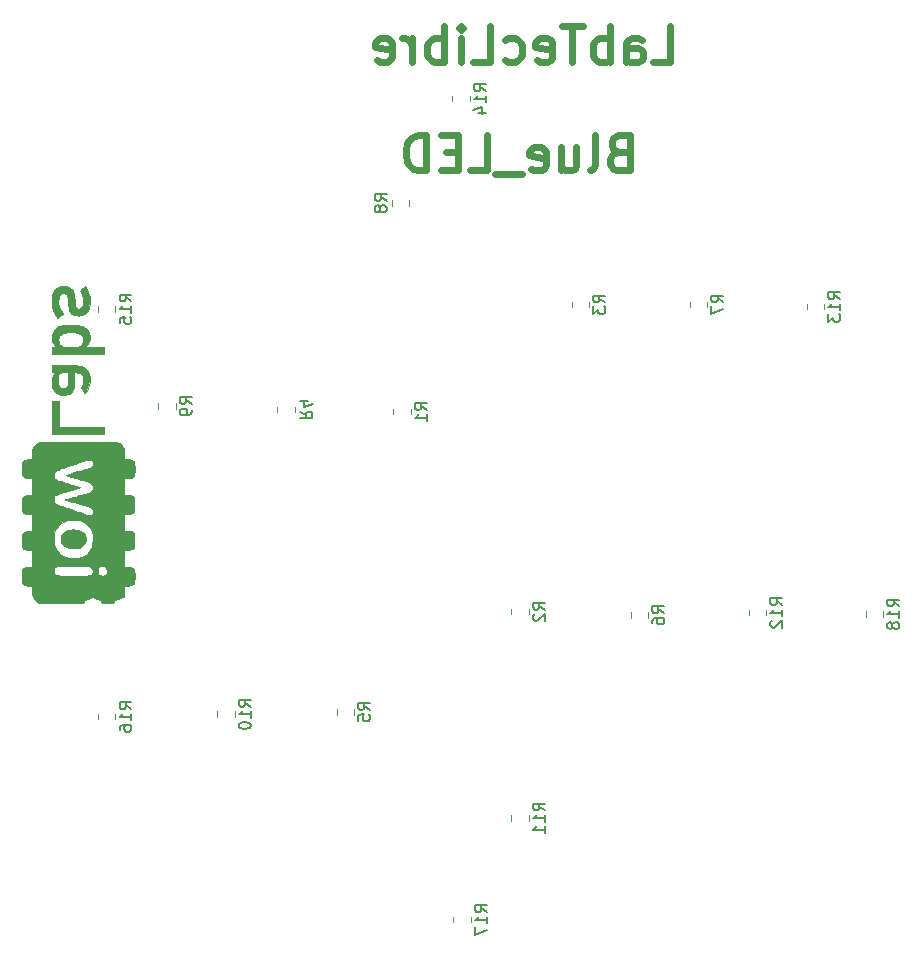
<source format=gbo>
G04 #@! TF.GenerationSoftware,KiCad,Pcbnew,(5.1.9)-1*
G04 #@! TF.CreationDate,2021-10-19T01:50:32-03:00*
G04 #@! TF.ProjectId,Blue_LED,426c7565-5f4c-4454-942e-6b696361645f,rev?*
G04 #@! TF.SameCoordinates,Original*
G04 #@! TF.FileFunction,Legend,Bot*
G04 #@! TF.FilePolarity,Positive*
%FSLAX46Y46*%
G04 Gerber Fmt 4.6, Leading zero omitted, Abs format (unit mm)*
G04 Created by KiCad (PCBNEW (5.1.9)-1) date 2021-10-19 01:50:32*
%MOMM*%
%LPD*%
G01*
G04 APERTURE LIST*
%ADD10C,0.600000*%
%ADD11C,0.010000*%
%ADD12C,0.120000*%
%ADD13C,0.150000*%
%ADD14C,1.800000*%
%ADD15O,1.800000X2.500000*%
G04 APERTURE END LIST*
D10*
X158228571Y-69585714D02*
X157800000Y-69728571D01*
X157657142Y-69871428D01*
X157514285Y-70157142D01*
X157514285Y-70585714D01*
X157657142Y-70871428D01*
X157800000Y-71014285D01*
X158085714Y-71157142D01*
X159228571Y-71157142D01*
X159228571Y-68157142D01*
X158228571Y-68157142D01*
X157942857Y-68300000D01*
X157800000Y-68442857D01*
X157657142Y-68728571D01*
X157657142Y-69014285D01*
X157800000Y-69300000D01*
X157942857Y-69442857D01*
X158228571Y-69585714D01*
X159228571Y-69585714D01*
X155800000Y-71157142D02*
X156085714Y-71014285D01*
X156228571Y-70728571D01*
X156228571Y-68157142D01*
X153371428Y-69157142D02*
X153371428Y-71157142D01*
X154657142Y-69157142D02*
X154657142Y-70728571D01*
X154514285Y-71014285D01*
X154228571Y-71157142D01*
X153800000Y-71157142D01*
X153514285Y-71014285D01*
X153371428Y-70871428D01*
X150800000Y-71014285D02*
X151085714Y-71157142D01*
X151657142Y-71157142D01*
X151942857Y-71014285D01*
X152085714Y-70728571D01*
X152085714Y-69585714D01*
X151942857Y-69300000D01*
X151657142Y-69157142D01*
X151085714Y-69157142D01*
X150800000Y-69300000D01*
X150657142Y-69585714D01*
X150657142Y-69871428D01*
X152085714Y-70157142D01*
X150085714Y-71442857D02*
X147800000Y-71442857D01*
X145657142Y-71157142D02*
X147085714Y-71157142D01*
X147085714Y-68157142D01*
X144657142Y-69585714D02*
X143657142Y-69585714D01*
X143228571Y-71157142D02*
X144657142Y-71157142D01*
X144657142Y-68157142D01*
X143228571Y-68157142D01*
X141942857Y-71157142D02*
X141942857Y-68157142D01*
X141228571Y-68157142D01*
X140800000Y-68300000D01*
X140514285Y-68585714D01*
X140371428Y-68871428D01*
X140228571Y-69442857D01*
X140228571Y-69871428D01*
X140371428Y-70442857D01*
X140514285Y-70728571D01*
X140800000Y-71014285D01*
X141228571Y-71157142D01*
X141942857Y-71157142D01*
X161200000Y-61957142D02*
X162628571Y-61957142D01*
X162628571Y-58957142D01*
X158914285Y-61957142D02*
X158914285Y-60385714D01*
X159057142Y-60100000D01*
X159342857Y-59957142D01*
X159914285Y-59957142D01*
X160200000Y-60100000D01*
X158914285Y-61814285D02*
X159200000Y-61957142D01*
X159914285Y-61957142D01*
X160200000Y-61814285D01*
X160342857Y-61528571D01*
X160342857Y-61242857D01*
X160200000Y-60957142D01*
X159914285Y-60814285D01*
X159200000Y-60814285D01*
X158914285Y-60671428D01*
X157485714Y-61957142D02*
X157485714Y-58957142D01*
X157485714Y-60100000D02*
X157200000Y-59957142D01*
X156628571Y-59957142D01*
X156342857Y-60100000D01*
X156200000Y-60242857D01*
X156057142Y-60528571D01*
X156057142Y-61385714D01*
X156200000Y-61671428D01*
X156342857Y-61814285D01*
X156628571Y-61957142D01*
X157200000Y-61957142D01*
X157485714Y-61814285D01*
X155200000Y-58957142D02*
X153485714Y-58957142D01*
X154342857Y-61957142D02*
X154342857Y-58957142D01*
X151342857Y-61814285D02*
X151628571Y-61957142D01*
X152200000Y-61957142D01*
X152485714Y-61814285D01*
X152628571Y-61528571D01*
X152628571Y-60385714D01*
X152485714Y-60100000D01*
X152200000Y-59957142D01*
X151628571Y-59957142D01*
X151342857Y-60100000D01*
X151200000Y-60385714D01*
X151200000Y-60671428D01*
X152628571Y-60957142D01*
X148628571Y-61814285D02*
X148914285Y-61957142D01*
X149485714Y-61957142D01*
X149771428Y-61814285D01*
X149914285Y-61671428D01*
X150057142Y-61385714D01*
X150057142Y-60528571D01*
X149914285Y-60242857D01*
X149771428Y-60100000D01*
X149485714Y-59957142D01*
X148914285Y-59957142D01*
X148628571Y-60100000D01*
X145914285Y-61957142D02*
X147342857Y-61957142D01*
X147342857Y-58957142D01*
X144914285Y-61957142D02*
X144914285Y-59957142D01*
X144914285Y-58957142D02*
X145057142Y-59100000D01*
X144914285Y-59242857D01*
X144771428Y-59100000D01*
X144914285Y-58957142D01*
X144914285Y-59242857D01*
X143485714Y-61957142D02*
X143485714Y-58957142D01*
X143485714Y-60100000D02*
X143200000Y-59957142D01*
X142628571Y-59957142D01*
X142342857Y-60100000D01*
X142200000Y-60242857D01*
X142057142Y-60528571D01*
X142057142Y-61385714D01*
X142200000Y-61671428D01*
X142342857Y-61814285D01*
X142628571Y-61957142D01*
X143200000Y-61957142D01*
X143485714Y-61814285D01*
X140771428Y-61957142D02*
X140771428Y-59957142D01*
X140771428Y-60528571D02*
X140628571Y-60242857D01*
X140485714Y-60100000D01*
X140200000Y-59957142D01*
X139914285Y-59957142D01*
X137771428Y-61814285D02*
X138057142Y-61957142D01*
X138628571Y-61957142D01*
X138914285Y-61814285D01*
X139057142Y-61528571D01*
X139057142Y-60385714D01*
X138914285Y-60100000D01*
X138628571Y-59957142D01*
X138057142Y-59957142D01*
X137771428Y-60100000D01*
X137628571Y-60385714D01*
X137628571Y-60671428D01*
X139057142Y-60957142D01*
D11*
G36*
X117262117Y-96221576D02*
G01*
X117259933Y-96080650D01*
X117254399Y-95971394D01*
X117243966Y-95888476D01*
X117227082Y-95826564D01*
X117202200Y-95780326D01*
X117167769Y-95744432D01*
X117122238Y-95713548D01*
X117064060Y-95682344D01*
X117052308Y-95676375D01*
X117002598Y-95652513D01*
X116958020Y-95636240D01*
X116908769Y-95626113D01*
X116845043Y-95620688D01*
X116757039Y-95618523D01*
X116656988Y-95618167D01*
X116376566Y-95618167D01*
X116369741Y-95178402D01*
X116362917Y-94738636D01*
X116293478Y-94597698D01*
X116199049Y-94450046D01*
X116076004Y-94326806D01*
X115931987Y-94235206D01*
X115890935Y-94217013D01*
X115770250Y-94168250D01*
X109208584Y-94168250D01*
X109067799Y-94234952D01*
X108912107Y-94329038D01*
X108787943Y-94450200D01*
X108691408Y-94602339D01*
X108682780Y-94620132D01*
X108616241Y-94760917D01*
X108608646Y-95187603D01*
X108601052Y-95614289D01*
X108301568Y-95621519D01*
X108181426Y-95624907D01*
X108094759Y-95629279D01*
X108032710Y-95636074D01*
X107986422Y-95646734D01*
X107947039Y-95662699D01*
X107905705Y-95685410D01*
X107904545Y-95686091D01*
X107856947Y-95714508D01*
X107819375Y-95740880D01*
X107790643Y-95770369D01*
X107769565Y-95808137D01*
X107754956Y-95859346D01*
X107745632Y-95929159D01*
X107740407Y-96022738D01*
X107738096Y-96145245D01*
X107737513Y-96301843D01*
X107737500Y-96413662D01*
X107737500Y-96977814D01*
X107817459Y-97057772D01*
X107890093Y-97116990D01*
X107976287Y-97159454D01*
X108083187Y-97187093D01*
X108217939Y-97201834D01*
X108365759Y-97205667D01*
X108605334Y-97205667D01*
X108605334Y-98640196D01*
X108314292Y-98649013D01*
X108165526Y-98656249D01*
X108051098Y-98669413D01*
X107963152Y-98691007D01*
X107893830Y-98723533D01*
X107835278Y-98769495D01*
X107793080Y-98815029D01*
X107737500Y-98881082D01*
X107737580Y-99435083D01*
X107737901Y-99617556D01*
X107739645Y-99762749D01*
X107744068Y-99875716D01*
X107752427Y-99961511D01*
X107765977Y-100025186D01*
X107785976Y-100071795D01*
X107813679Y-100106392D01*
X107850342Y-100134029D01*
X107897223Y-100159761D01*
X107920641Y-100171402D01*
X107967719Y-100192350D01*
X108015564Y-100207048D01*
X108073565Y-100216867D01*
X108151107Y-100223175D01*
X108257579Y-100227342D01*
X108314292Y-100228808D01*
X108605334Y-100235700D01*
X108605334Y-101665830D01*
X108321362Y-101676666D01*
X108164908Y-101686232D01*
X108043164Y-101703024D01*
X107948794Y-101729365D01*
X107874461Y-101767573D01*
X107812827Y-101819971D01*
X107790911Y-101844440D01*
X107737500Y-101907915D01*
X107737500Y-102474936D01*
X107737631Y-102656180D01*
X107738941Y-102800156D01*
X107742807Y-102911932D01*
X107750606Y-102996573D01*
X107763713Y-103059146D01*
X107783505Y-103104716D01*
X107811359Y-103138350D01*
X107848651Y-103165114D01*
X107896759Y-103190073D01*
X107936915Y-103208862D01*
X107985995Y-103229739D01*
X108033899Y-103243917D01*
X108090435Y-103252667D01*
X108165408Y-103257259D01*
X108268626Y-103258964D01*
X108324875Y-103259127D01*
X108605334Y-103259333D01*
X108605334Y-104715864D01*
X108303709Y-104723140D01*
X108183128Y-104726527D01*
X108096074Y-104730869D01*
X108033743Y-104737591D01*
X107987330Y-104748118D01*
X107948032Y-104763877D01*
X107907044Y-104786291D01*
X107904545Y-104787758D01*
X107856947Y-104816175D01*
X107819375Y-104842547D01*
X107790643Y-104872036D01*
X107769565Y-104909804D01*
X107754956Y-104961013D01*
X107745632Y-105030826D01*
X107740407Y-105124405D01*
X107738096Y-105246912D01*
X107737513Y-105403509D01*
X107737500Y-105515329D01*
X107737500Y-106079481D01*
X107817459Y-106159439D01*
X107890610Y-106218956D01*
X107977585Y-106261560D01*
X108085520Y-106289184D01*
X108221551Y-106303759D01*
X108363550Y-106307333D01*
X108600917Y-106307333D01*
X108609954Y-106725375D01*
X108613609Y-106873406D01*
X108617827Y-106986460D01*
X108623379Y-107071895D01*
X108631038Y-107137066D01*
X108641574Y-107189331D01*
X108655760Y-107236046D01*
X108666573Y-107265054D01*
X108736588Y-107395486D01*
X108837342Y-107518489D01*
X108957522Y-107621776D01*
X109042705Y-107673541D01*
X109166250Y-107736083D01*
X112074037Y-107736083D01*
X112074037Y-105460549D01*
X111794458Y-105460537D01*
X111553956Y-105460277D01*
X111349273Y-105459512D01*
X111177152Y-105457983D01*
X111034336Y-105455434D01*
X110917569Y-105451607D01*
X110823593Y-105446246D01*
X110749151Y-105439093D01*
X110690987Y-105429890D01*
X110645842Y-105418382D01*
X110610461Y-105404310D01*
X110581586Y-105387417D01*
X110555960Y-105367447D01*
X110530326Y-105344141D01*
X110523931Y-105338136D01*
X110450752Y-105241895D01*
X110410839Y-105127845D01*
X110406491Y-105007045D01*
X110433727Y-104904362D01*
X110485092Y-104823885D01*
X110562429Y-104747251D01*
X110650626Y-104688523D01*
X110679667Y-104675419D01*
X110716586Y-104669187D01*
X110791271Y-104663403D01*
X110899159Y-104658098D01*
X111035684Y-104653302D01*
X111196283Y-104649045D01*
X111376390Y-104645355D01*
X111571442Y-104642264D01*
X111776874Y-104639800D01*
X111988120Y-104637994D01*
X112076667Y-104637528D01*
X112076667Y-103968417D01*
X111900109Y-103965941D01*
X111755132Y-103957136D01*
X111631199Y-103939930D01*
X111517775Y-103912256D01*
X111404321Y-103872044D01*
X111280301Y-103817225D01*
X111261750Y-103808390D01*
X111048660Y-103685586D01*
X110865751Y-103536784D01*
X110752830Y-103412618D01*
X110638071Y-103242127D01*
X110539781Y-103044709D01*
X110464025Y-102834471D01*
X110418331Y-102634917D01*
X110411879Y-102557886D01*
X110410524Y-102450868D01*
X110413631Y-102325819D01*
X110420565Y-102194695D01*
X110430691Y-102069452D01*
X110443375Y-101962046D01*
X110457981Y-101884434D01*
X110458227Y-101883500D01*
X110543879Y-101635480D01*
X110661965Y-101414513D01*
X110811789Y-101221298D01*
X110992655Y-101056534D01*
X111203869Y-100920919D01*
X111444735Y-100815151D01*
X111558084Y-100778780D01*
X111629428Y-100759763D01*
X111696707Y-100746331D01*
X111769732Y-100737559D01*
X111858315Y-100732522D01*
X111972267Y-100730297D01*
X112076667Y-100729917D01*
X112215118Y-100730673D01*
X112321052Y-100733559D01*
X112404269Y-100739500D01*
X112474566Y-100749422D01*
X112541744Y-100764248D01*
X112594968Y-100778851D01*
X112848678Y-100871706D01*
X113072412Y-100994238D01*
X113265448Y-101145525D01*
X113392969Y-101286854D01*
X113392969Y-100334074D01*
X113357706Y-100331107D01*
X113313096Y-100323315D01*
X113255334Y-100309583D01*
X113180618Y-100288797D01*
X113085144Y-100259841D01*
X112965106Y-100221600D01*
X112816702Y-100172961D01*
X112636127Y-100112809D01*
X112419578Y-100040028D01*
X112404750Y-100035030D01*
X112106338Y-99934394D01*
X111845357Y-99846262D01*
X111619105Y-99769680D01*
X111424875Y-99703694D01*
X111259963Y-99647351D01*
X111121664Y-99599699D01*
X111007272Y-99559784D01*
X110914084Y-99526651D01*
X110839393Y-99499350D01*
X110780495Y-99476925D01*
X110734685Y-99458423D01*
X110699258Y-99442892D01*
X110671509Y-99429379D01*
X110648733Y-99416928D01*
X110645444Y-99415015D01*
X110546846Y-99340642D01*
X110469710Y-99249687D01*
X110426024Y-99159668D01*
X110409816Y-99066423D01*
X110408190Y-98959051D01*
X110420967Y-98860643D01*
X110428547Y-98833367D01*
X110474832Y-98741924D01*
X110550407Y-98662887D01*
X110659279Y-98593203D01*
X110805456Y-98529821D01*
X110845890Y-98515429D01*
X110891514Y-98500945D01*
X110972768Y-98476449D01*
X111084542Y-98443430D01*
X111221725Y-98403380D01*
X111379206Y-98357788D01*
X111551875Y-98308143D01*
X111734622Y-98255936D01*
X111788825Y-98240516D01*
X111969215Y-98189079D01*
X112137334Y-98140829D01*
X112288717Y-98097069D01*
X112418904Y-98059102D01*
X112523432Y-98028233D01*
X112597838Y-98005766D01*
X112637660Y-97993004D01*
X112642794Y-97990972D01*
X112628599Y-97982340D01*
X112577584Y-97963235D01*
X112493612Y-97934882D01*
X112380549Y-97898504D01*
X112242259Y-97855327D01*
X112082607Y-97806576D01*
X111905456Y-97753475D01*
X111732628Y-97702502D01*
X111536644Y-97644675D01*
X111349429Y-97588567D01*
X111175696Y-97535651D01*
X111020156Y-97487400D01*
X110887520Y-97445289D01*
X110782502Y-97410790D01*
X110709813Y-97385379D01*
X110678757Y-97372894D01*
X110557562Y-97298273D01*
X110473026Y-97204625D01*
X110422959Y-97088412D01*
X110405172Y-96946093D01*
X110405083Y-96930500D01*
X110424525Y-96799928D01*
X110482077Y-96686380D01*
X110578102Y-96589431D01*
X110712963Y-96508657D01*
X110794149Y-96474547D01*
X110912560Y-96431060D01*
X111056216Y-96379700D01*
X111220869Y-96321883D01*
X111402272Y-96259021D01*
X111596177Y-96192529D01*
X111798336Y-96123820D01*
X112004500Y-96054309D01*
X112210422Y-95985409D01*
X112411854Y-95918534D01*
X112604547Y-95855098D01*
X112784255Y-95796515D01*
X112946728Y-95744199D01*
X113087720Y-95699564D01*
X113202981Y-95664023D01*
X113288265Y-95638991D01*
X113339322Y-95625881D01*
X113348515Y-95624352D01*
X113476247Y-95629661D01*
X113582438Y-95670046D01*
X113663681Y-95742327D01*
X113716565Y-95843327D01*
X113737684Y-95969866D01*
X113737920Y-95987470D01*
X113724634Y-96104321D01*
X113682721Y-96193423D01*
X113608071Y-96261534D01*
X113552894Y-96291876D01*
X113515211Y-96306065D01*
X113441140Y-96330724D01*
X113334954Y-96364538D01*
X113200928Y-96406192D01*
X113043333Y-96454373D01*
X112866443Y-96507766D01*
X112674531Y-96565057D01*
X112471871Y-96624932D01*
X112429857Y-96637267D01*
X112166076Y-96715138D01*
X111943029Y-96782068D01*
X111760570Y-96838105D01*
X111618551Y-96883297D01*
X111516824Y-96917690D01*
X111455242Y-96941332D01*
X111433657Y-96954270D01*
X111435024Y-96956098D01*
X111463244Y-96965169D01*
X111527652Y-96984425D01*
X111623692Y-97012549D01*
X111746812Y-97048224D01*
X111892458Y-97090131D01*
X112056075Y-97136954D01*
X112233111Y-97187374D01*
X112298917Y-97206057D01*
X112550620Y-97277574D01*
X112764942Y-97338849D01*
X112945273Y-97391050D01*
X113094998Y-97435344D01*
X113217506Y-97472895D01*
X113316184Y-97504872D01*
X113394419Y-97532441D01*
X113455600Y-97556767D01*
X113503113Y-97579018D01*
X113540346Y-97600359D01*
X113570688Y-97621958D01*
X113597524Y-97644981D01*
X113611262Y-97657945D01*
X113694751Y-97765053D01*
X113740582Y-97884948D01*
X113748814Y-98011189D01*
X113719505Y-98137334D01*
X113652712Y-98256944D01*
X113605378Y-98312181D01*
X113585120Y-98332393D01*
X113564170Y-98350668D01*
X113539281Y-98368101D01*
X113507205Y-98385790D01*
X113464693Y-98404830D01*
X113408497Y-98426317D01*
X113335370Y-98451348D01*
X113242063Y-98481018D01*
X113125328Y-98516425D01*
X112981917Y-98558663D01*
X112808582Y-98608830D01*
X112602075Y-98668021D01*
X112359149Y-98737332D01*
X112272046Y-98762154D01*
X112088109Y-98814727D01*
X111917604Y-98863771D01*
X111764656Y-98908078D01*
X111633395Y-98946437D01*
X111527946Y-98977637D01*
X111452437Y-99000470D01*
X111410995Y-99013724D01*
X111404213Y-99016595D01*
X111425044Y-99023433D01*
X111482607Y-99040927D01*
X111572983Y-99067919D01*
X111692252Y-99103252D01*
X111836494Y-99145769D01*
X112001791Y-99194311D01*
X112184222Y-99247722D01*
X112379869Y-99304844D01*
X112404750Y-99312097D01*
X112664726Y-99388226D01*
X112886953Y-99454191D01*
X113074495Y-99511083D01*
X113230412Y-99559997D01*
X113357765Y-99602026D01*
X113459616Y-99638260D01*
X113539028Y-99669795D01*
X113599060Y-99697722D01*
X113642775Y-99723134D01*
X113673233Y-99747124D01*
X113693498Y-99770784D01*
X113694666Y-99772536D01*
X113733033Y-99865396D01*
X113743982Y-99974821D01*
X113726945Y-100084647D01*
X113707424Y-100135343D01*
X113640895Y-100236002D01*
X113554469Y-100300294D01*
X113443850Y-100331208D01*
X113422690Y-100333330D01*
X113392969Y-100334074D01*
X113392969Y-101286854D01*
X113427066Y-101324644D01*
X113556543Y-101530673D01*
X113653159Y-101762690D01*
X113716191Y-102019774D01*
X113742082Y-102244945D01*
X113740626Y-102520926D01*
X113701255Y-102781549D01*
X113624653Y-103024857D01*
X113511507Y-103248898D01*
X113362501Y-103451717D01*
X113292622Y-103526857D01*
X113203409Y-103613161D01*
X113126648Y-103677107D01*
X113047955Y-103729079D01*
X112952947Y-103779461D01*
X112921905Y-103794486D01*
X112787285Y-103855725D01*
X112669047Y-103901042D01*
X112556238Y-103932691D01*
X112437905Y-103952927D01*
X112303094Y-103964002D01*
X112140852Y-103968172D01*
X112076667Y-103968417D01*
X112076667Y-104637528D01*
X112200618Y-104636875D01*
X112409802Y-104636473D01*
X112611108Y-104636818D01*
X112799971Y-104637940D01*
X112971826Y-104639868D01*
X113122110Y-104642631D01*
X113246258Y-104646261D01*
X113339706Y-104650786D01*
X113397888Y-104656237D01*
X113405901Y-104657645D01*
X113525925Y-104700906D01*
X113622004Y-104771554D01*
X113691903Y-104862629D01*
X113733389Y-104967169D01*
X113744227Y-105078215D01*
X113722183Y-105188805D01*
X113665023Y-105291979D01*
X113624038Y-105337224D01*
X113559472Y-105387824D01*
X113489364Y-105426999D01*
X113460472Y-105437647D01*
X113417935Y-105443207D01*
X113333226Y-105447999D01*
X113206498Y-105452022D01*
X113037906Y-105455273D01*
X112827604Y-105457750D01*
X112575745Y-105459450D01*
X112282483Y-105460370D01*
X112074037Y-105460549D01*
X112074037Y-107736083D01*
X114525331Y-107736083D01*
X114525331Y-105460202D01*
X114400325Y-105440738D01*
X114294726Y-105387531D01*
X114212509Y-105306256D01*
X114157648Y-105202590D01*
X114134116Y-105082209D01*
X114145887Y-104950788D01*
X114151932Y-104926866D01*
X114199416Y-104824866D01*
X114275937Y-104735489D01*
X114349313Y-104683905D01*
X114427129Y-104659580D01*
X114524816Y-104650576D01*
X114623419Y-104656960D01*
X114703984Y-104678796D01*
X114711917Y-104682654D01*
X114813303Y-104757813D01*
X114885145Y-104857310D01*
X114924536Y-104972619D01*
X114928574Y-105095213D01*
X114894353Y-105216568D01*
X114894038Y-105217250D01*
X114821301Y-105331212D01*
X114725815Y-105410181D01*
X114609738Y-105452735D01*
X114525331Y-105460202D01*
X114525331Y-107736083D01*
X115812584Y-107736083D01*
X115938682Y-107674170D01*
X116088169Y-107577794D01*
X116213580Y-107449614D01*
X116303200Y-107306755D01*
X116323069Y-107264774D01*
X116338019Y-107226767D01*
X116348875Y-107185809D01*
X116356463Y-107134974D01*
X116361608Y-107067338D01*
X116365136Y-106975976D01*
X116367873Y-106853963D01*
X116369722Y-106748894D01*
X116377136Y-106312038D01*
X116666360Y-106303737D01*
X116784248Y-106299839D01*
X116869336Y-106294918D01*
X116931151Y-106287292D01*
X116979223Y-106275285D01*
X117023078Y-106257216D01*
X117070085Y-106232593D01*
X117125209Y-106201099D01*
X117168656Y-106170522D01*
X117201814Y-106135583D01*
X117226073Y-106091001D01*
X117242822Y-106031497D01*
X117253450Y-105951792D01*
X117259345Y-105846605D01*
X117261896Y-105710656D01*
X117262493Y-105538666D01*
X117262500Y-105501169D01*
X117262117Y-105323243D01*
X117259933Y-105182317D01*
X117254399Y-105073061D01*
X117243966Y-104990143D01*
X117227082Y-104928231D01*
X117202200Y-104881993D01*
X117167769Y-104846098D01*
X117122238Y-104815215D01*
X117064060Y-104784011D01*
X117052308Y-104778042D01*
X117002774Y-104754252D01*
X116958357Y-104738002D01*
X116909311Y-104727864D01*
X116845892Y-104722410D01*
X116758355Y-104720211D01*
X116655177Y-104719833D01*
X116372945Y-104719833D01*
X116378514Y-103994875D01*
X116384084Y-103269917D01*
X116691000Y-103259278D01*
X116828358Y-103253252D01*
X116931613Y-103244442D01*
X117008994Y-103230406D01*
X117068729Y-103208703D01*
X117119049Y-103176892D01*
X117168183Y-103132532D01*
X117188417Y-103111704D01*
X117251917Y-103044962D01*
X117257833Y-102501273D01*
X117259517Y-102318207D01*
X117259263Y-102172344D01*
X117255751Y-102058558D01*
X117247662Y-101971722D01*
X117233676Y-101906711D01*
X117212474Y-101858399D01*
X117182736Y-101821659D01*
X117143143Y-101791366D01*
X117092375Y-101762394D01*
X117063810Y-101747534D01*
X117011548Y-101722090D01*
X116964028Y-101704307D01*
X116911346Y-101692436D01*
X116843598Y-101684727D01*
X116750880Y-101679433D01*
X116658617Y-101675981D01*
X116373500Y-101666311D01*
X116373500Y-100236470D01*
X116675125Y-100229193D01*
X116796863Y-100225675D01*
X116885071Y-100221053D01*
X116948553Y-100213989D01*
X116996114Y-100203145D01*
X117036555Y-100187183D01*
X117071181Y-100169000D01*
X117138823Y-100121627D01*
X117198115Y-100064559D01*
X117215033Y-100042713D01*
X117230060Y-100019421D01*
X117241619Y-99996041D01*
X117250091Y-99967097D01*
X117255860Y-99927110D01*
X117259309Y-99870605D01*
X117260819Y-99792104D01*
X117260775Y-99686129D01*
X117259557Y-99547205D01*
X117258185Y-99425090D01*
X117255951Y-99247395D01*
X117252842Y-99106796D01*
X117247411Y-98998056D01*
X117238207Y-98915943D01*
X117223783Y-98855220D01*
X117202688Y-98810654D01*
X117173476Y-98777011D01*
X117134695Y-98749055D01*
X117084898Y-98721552D01*
X117059874Y-98708631D01*
X117013750Y-98686849D01*
X116968207Y-98671563D01*
X116913911Y-98661345D01*
X116841526Y-98654768D01*
X116741718Y-98650403D01*
X116665185Y-98648262D01*
X116373501Y-98640941D01*
X116373501Y-97210471D01*
X116664542Y-97202120D01*
X116782801Y-97198222D01*
X116868206Y-97193330D01*
X116930232Y-97185779D01*
X116978352Y-97173907D01*
X117022043Y-97156051D01*
X117070085Y-97130927D01*
X117125209Y-97099432D01*
X117168656Y-97068855D01*
X117201814Y-97033916D01*
X117226073Y-96989334D01*
X117242822Y-96929831D01*
X117253450Y-96850125D01*
X117259345Y-96744938D01*
X117261896Y-96608989D01*
X117262493Y-96437000D01*
X117262500Y-96399502D01*
X117262117Y-96221576D01*
G37*
X117262117Y-96221576D02*
X117259933Y-96080650D01*
X117254399Y-95971394D01*
X117243966Y-95888476D01*
X117227082Y-95826564D01*
X117202200Y-95780326D01*
X117167769Y-95744432D01*
X117122238Y-95713548D01*
X117064060Y-95682344D01*
X117052308Y-95676375D01*
X117002598Y-95652513D01*
X116958020Y-95636240D01*
X116908769Y-95626113D01*
X116845043Y-95620688D01*
X116757039Y-95618523D01*
X116656988Y-95618167D01*
X116376566Y-95618167D01*
X116369741Y-95178402D01*
X116362917Y-94738636D01*
X116293478Y-94597698D01*
X116199049Y-94450046D01*
X116076004Y-94326806D01*
X115931987Y-94235206D01*
X115890935Y-94217013D01*
X115770250Y-94168250D01*
X109208584Y-94168250D01*
X109067799Y-94234952D01*
X108912107Y-94329038D01*
X108787943Y-94450200D01*
X108691408Y-94602339D01*
X108682780Y-94620132D01*
X108616241Y-94760917D01*
X108608646Y-95187603D01*
X108601052Y-95614289D01*
X108301568Y-95621519D01*
X108181426Y-95624907D01*
X108094759Y-95629279D01*
X108032710Y-95636074D01*
X107986422Y-95646734D01*
X107947039Y-95662699D01*
X107905705Y-95685410D01*
X107904545Y-95686091D01*
X107856947Y-95714508D01*
X107819375Y-95740880D01*
X107790643Y-95770369D01*
X107769565Y-95808137D01*
X107754956Y-95859346D01*
X107745632Y-95929159D01*
X107740407Y-96022738D01*
X107738096Y-96145245D01*
X107737513Y-96301843D01*
X107737500Y-96413662D01*
X107737500Y-96977814D01*
X107817459Y-97057772D01*
X107890093Y-97116990D01*
X107976287Y-97159454D01*
X108083187Y-97187093D01*
X108217939Y-97201834D01*
X108365759Y-97205667D01*
X108605334Y-97205667D01*
X108605334Y-98640196D01*
X108314292Y-98649013D01*
X108165526Y-98656249D01*
X108051098Y-98669413D01*
X107963152Y-98691007D01*
X107893830Y-98723533D01*
X107835278Y-98769495D01*
X107793080Y-98815029D01*
X107737500Y-98881082D01*
X107737580Y-99435083D01*
X107737901Y-99617556D01*
X107739645Y-99762749D01*
X107744068Y-99875716D01*
X107752427Y-99961511D01*
X107765977Y-100025186D01*
X107785976Y-100071795D01*
X107813679Y-100106392D01*
X107850342Y-100134029D01*
X107897223Y-100159761D01*
X107920641Y-100171402D01*
X107967719Y-100192350D01*
X108015564Y-100207048D01*
X108073565Y-100216867D01*
X108151107Y-100223175D01*
X108257579Y-100227342D01*
X108314292Y-100228808D01*
X108605334Y-100235700D01*
X108605334Y-101665830D01*
X108321362Y-101676666D01*
X108164908Y-101686232D01*
X108043164Y-101703024D01*
X107948794Y-101729365D01*
X107874461Y-101767573D01*
X107812827Y-101819971D01*
X107790911Y-101844440D01*
X107737500Y-101907915D01*
X107737500Y-102474936D01*
X107737631Y-102656180D01*
X107738941Y-102800156D01*
X107742807Y-102911932D01*
X107750606Y-102996573D01*
X107763713Y-103059146D01*
X107783505Y-103104716D01*
X107811359Y-103138350D01*
X107848651Y-103165114D01*
X107896759Y-103190073D01*
X107936915Y-103208862D01*
X107985995Y-103229739D01*
X108033899Y-103243917D01*
X108090435Y-103252667D01*
X108165408Y-103257259D01*
X108268626Y-103258964D01*
X108324875Y-103259127D01*
X108605334Y-103259333D01*
X108605334Y-104715864D01*
X108303709Y-104723140D01*
X108183128Y-104726527D01*
X108096074Y-104730869D01*
X108033743Y-104737591D01*
X107987330Y-104748118D01*
X107948032Y-104763877D01*
X107907044Y-104786291D01*
X107904545Y-104787758D01*
X107856947Y-104816175D01*
X107819375Y-104842547D01*
X107790643Y-104872036D01*
X107769565Y-104909804D01*
X107754956Y-104961013D01*
X107745632Y-105030826D01*
X107740407Y-105124405D01*
X107738096Y-105246912D01*
X107737513Y-105403509D01*
X107737500Y-105515329D01*
X107737500Y-106079481D01*
X107817459Y-106159439D01*
X107890610Y-106218956D01*
X107977585Y-106261560D01*
X108085520Y-106289184D01*
X108221551Y-106303759D01*
X108363550Y-106307333D01*
X108600917Y-106307333D01*
X108609954Y-106725375D01*
X108613609Y-106873406D01*
X108617827Y-106986460D01*
X108623379Y-107071895D01*
X108631038Y-107137066D01*
X108641574Y-107189331D01*
X108655760Y-107236046D01*
X108666573Y-107265054D01*
X108736588Y-107395486D01*
X108837342Y-107518489D01*
X108957522Y-107621776D01*
X109042705Y-107673541D01*
X109166250Y-107736083D01*
X112074037Y-107736083D01*
X112074037Y-105460549D01*
X111794458Y-105460537D01*
X111553956Y-105460277D01*
X111349273Y-105459512D01*
X111177152Y-105457983D01*
X111034336Y-105455434D01*
X110917569Y-105451607D01*
X110823593Y-105446246D01*
X110749151Y-105439093D01*
X110690987Y-105429890D01*
X110645842Y-105418382D01*
X110610461Y-105404310D01*
X110581586Y-105387417D01*
X110555960Y-105367447D01*
X110530326Y-105344141D01*
X110523931Y-105338136D01*
X110450752Y-105241895D01*
X110410839Y-105127845D01*
X110406491Y-105007045D01*
X110433727Y-104904362D01*
X110485092Y-104823885D01*
X110562429Y-104747251D01*
X110650626Y-104688523D01*
X110679667Y-104675419D01*
X110716586Y-104669187D01*
X110791271Y-104663403D01*
X110899159Y-104658098D01*
X111035684Y-104653302D01*
X111196283Y-104649045D01*
X111376390Y-104645355D01*
X111571442Y-104642264D01*
X111776874Y-104639800D01*
X111988120Y-104637994D01*
X112076667Y-104637528D01*
X112076667Y-103968417D01*
X111900109Y-103965941D01*
X111755132Y-103957136D01*
X111631199Y-103939930D01*
X111517775Y-103912256D01*
X111404321Y-103872044D01*
X111280301Y-103817225D01*
X111261750Y-103808390D01*
X111048660Y-103685586D01*
X110865751Y-103536784D01*
X110752830Y-103412618D01*
X110638071Y-103242127D01*
X110539781Y-103044709D01*
X110464025Y-102834471D01*
X110418331Y-102634917D01*
X110411879Y-102557886D01*
X110410524Y-102450868D01*
X110413631Y-102325819D01*
X110420565Y-102194695D01*
X110430691Y-102069452D01*
X110443375Y-101962046D01*
X110457981Y-101884434D01*
X110458227Y-101883500D01*
X110543879Y-101635480D01*
X110661965Y-101414513D01*
X110811789Y-101221298D01*
X110992655Y-101056534D01*
X111203869Y-100920919D01*
X111444735Y-100815151D01*
X111558084Y-100778780D01*
X111629428Y-100759763D01*
X111696707Y-100746331D01*
X111769732Y-100737559D01*
X111858315Y-100732522D01*
X111972267Y-100730297D01*
X112076667Y-100729917D01*
X112215118Y-100730673D01*
X112321052Y-100733559D01*
X112404269Y-100739500D01*
X112474566Y-100749422D01*
X112541744Y-100764248D01*
X112594968Y-100778851D01*
X112848678Y-100871706D01*
X113072412Y-100994238D01*
X113265448Y-101145525D01*
X113392969Y-101286854D01*
X113392969Y-100334074D01*
X113357706Y-100331107D01*
X113313096Y-100323315D01*
X113255334Y-100309583D01*
X113180618Y-100288797D01*
X113085144Y-100259841D01*
X112965106Y-100221600D01*
X112816702Y-100172961D01*
X112636127Y-100112809D01*
X112419578Y-100040028D01*
X112404750Y-100035030D01*
X112106338Y-99934394D01*
X111845357Y-99846262D01*
X111619105Y-99769680D01*
X111424875Y-99703694D01*
X111259963Y-99647351D01*
X111121664Y-99599699D01*
X111007272Y-99559784D01*
X110914084Y-99526651D01*
X110839393Y-99499350D01*
X110780495Y-99476925D01*
X110734685Y-99458423D01*
X110699258Y-99442892D01*
X110671509Y-99429379D01*
X110648733Y-99416928D01*
X110645444Y-99415015D01*
X110546846Y-99340642D01*
X110469710Y-99249687D01*
X110426024Y-99159668D01*
X110409816Y-99066423D01*
X110408190Y-98959051D01*
X110420967Y-98860643D01*
X110428547Y-98833367D01*
X110474832Y-98741924D01*
X110550407Y-98662887D01*
X110659279Y-98593203D01*
X110805456Y-98529821D01*
X110845890Y-98515429D01*
X110891514Y-98500945D01*
X110972768Y-98476449D01*
X111084542Y-98443430D01*
X111221725Y-98403380D01*
X111379206Y-98357788D01*
X111551875Y-98308143D01*
X111734622Y-98255936D01*
X111788825Y-98240516D01*
X111969215Y-98189079D01*
X112137334Y-98140829D01*
X112288717Y-98097069D01*
X112418904Y-98059102D01*
X112523432Y-98028233D01*
X112597838Y-98005766D01*
X112637660Y-97993004D01*
X112642794Y-97990972D01*
X112628599Y-97982340D01*
X112577584Y-97963235D01*
X112493612Y-97934882D01*
X112380549Y-97898504D01*
X112242259Y-97855327D01*
X112082607Y-97806576D01*
X111905456Y-97753475D01*
X111732628Y-97702502D01*
X111536644Y-97644675D01*
X111349429Y-97588567D01*
X111175696Y-97535651D01*
X111020156Y-97487400D01*
X110887520Y-97445289D01*
X110782502Y-97410790D01*
X110709813Y-97385379D01*
X110678757Y-97372894D01*
X110557562Y-97298273D01*
X110473026Y-97204625D01*
X110422959Y-97088412D01*
X110405172Y-96946093D01*
X110405083Y-96930500D01*
X110424525Y-96799928D01*
X110482077Y-96686380D01*
X110578102Y-96589431D01*
X110712963Y-96508657D01*
X110794149Y-96474547D01*
X110912560Y-96431060D01*
X111056216Y-96379700D01*
X111220869Y-96321883D01*
X111402272Y-96259021D01*
X111596177Y-96192529D01*
X111798336Y-96123820D01*
X112004500Y-96054309D01*
X112210422Y-95985409D01*
X112411854Y-95918534D01*
X112604547Y-95855098D01*
X112784255Y-95796515D01*
X112946728Y-95744199D01*
X113087720Y-95699564D01*
X113202981Y-95664023D01*
X113288265Y-95638991D01*
X113339322Y-95625881D01*
X113348515Y-95624352D01*
X113476247Y-95629661D01*
X113582438Y-95670046D01*
X113663681Y-95742327D01*
X113716565Y-95843327D01*
X113737684Y-95969866D01*
X113737920Y-95987470D01*
X113724634Y-96104321D01*
X113682721Y-96193423D01*
X113608071Y-96261534D01*
X113552894Y-96291876D01*
X113515211Y-96306065D01*
X113441140Y-96330724D01*
X113334954Y-96364538D01*
X113200928Y-96406192D01*
X113043333Y-96454373D01*
X112866443Y-96507766D01*
X112674531Y-96565057D01*
X112471871Y-96624932D01*
X112429857Y-96637267D01*
X112166076Y-96715138D01*
X111943029Y-96782068D01*
X111760570Y-96838105D01*
X111618551Y-96883297D01*
X111516824Y-96917690D01*
X111455242Y-96941332D01*
X111433657Y-96954270D01*
X111435024Y-96956098D01*
X111463244Y-96965169D01*
X111527652Y-96984425D01*
X111623692Y-97012549D01*
X111746812Y-97048224D01*
X111892458Y-97090131D01*
X112056075Y-97136954D01*
X112233111Y-97187374D01*
X112298917Y-97206057D01*
X112550620Y-97277574D01*
X112764942Y-97338849D01*
X112945273Y-97391050D01*
X113094998Y-97435344D01*
X113217506Y-97472895D01*
X113316184Y-97504872D01*
X113394419Y-97532441D01*
X113455600Y-97556767D01*
X113503113Y-97579018D01*
X113540346Y-97600359D01*
X113570688Y-97621958D01*
X113597524Y-97644981D01*
X113611262Y-97657945D01*
X113694751Y-97765053D01*
X113740582Y-97884948D01*
X113748814Y-98011189D01*
X113719505Y-98137334D01*
X113652712Y-98256944D01*
X113605378Y-98312181D01*
X113585120Y-98332393D01*
X113564170Y-98350668D01*
X113539281Y-98368101D01*
X113507205Y-98385790D01*
X113464693Y-98404830D01*
X113408497Y-98426317D01*
X113335370Y-98451348D01*
X113242063Y-98481018D01*
X113125328Y-98516425D01*
X112981917Y-98558663D01*
X112808582Y-98608830D01*
X112602075Y-98668021D01*
X112359149Y-98737332D01*
X112272046Y-98762154D01*
X112088109Y-98814727D01*
X111917604Y-98863771D01*
X111764656Y-98908078D01*
X111633395Y-98946437D01*
X111527946Y-98977637D01*
X111452437Y-99000470D01*
X111410995Y-99013724D01*
X111404213Y-99016595D01*
X111425044Y-99023433D01*
X111482607Y-99040927D01*
X111572983Y-99067919D01*
X111692252Y-99103252D01*
X111836494Y-99145769D01*
X112001791Y-99194311D01*
X112184222Y-99247722D01*
X112379869Y-99304844D01*
X112404750Y-99312097D01*
X112664726Y-99388226D01*
X112886953Y-99454191D01*
X113074495Y-99511083D01*
X113230412Y-99559997D01*
X113357765Y-99602026D01*
X113459616Y-99638260D01*
X113539028Y-99669795D01*
X113599060Y-99697722D01*
X113642775Y-99723134D01*
X113673233Y-99747124D01*
X113693498Y-99770784D01*
X113694666Y-99772536D01*
X113733033Y-99865396D01*
X113743982Y-99974821D01*
X113726945Y-100084647D01*
X113707424Y-100135343D01*
X113640895Y-100236002D01*
X113554469Y-100300294D01*
X113443850Y-100331208D01*
X113422690Y-100333330D01*
X113392969Y-100334074D01*
X113392969Y-101286854D01*
X113427066Y-101324644D01*
X113556543Y-101530673D01*
X113653159Y-101762690D01*
X113716191Y-102019774D01*
X113742082Y-102244945D01*
X113740626Y-102520926D01*
X113701255Y-102781549D01*
X113624653Y-103024857D01*
X113511507Y-103248898D01*
X113362501Y-103451717D01*
X113292622Y-103526857D01*
X113203409Y-103613161D01*
X113126648Y-103677107D01*
X113047955Y-103729079D01*
X112952947Y-103779461D01*
X112921905Y-103794486D01*
X112787285Y-103855725D01*
X112669047Y-103901042D01*
X112556238Y-103932691D01*
X112437905Y-103952927D01*
X112303094Y-103964002D01*
X112140852Y-103968172D01*
X112076667Y-103968417D01*
X112076667Y-104637528D01*
X112200618Y-104636875D01*
X112409802Y-104636473D01*
X112611108Y-104636818D01*
X112799971Y-104637940D01*
X112971826Y-104639868D01*
X113122110Y-104642631D01*
X113246258Y-104646261D01*
X113339706Y-104650786D01*
X113397888Y-104656237D01*
X113405901Y-104657645D01*
X113525925Y-104700906D01*
X113622004Y-104771554D01*
X113691903Y-104862629D01*
X113733389Y-104967169D01*
X113744227Y-105078215D01*
X113722183Y-105188805D01*
X113665023Y-105291979D01*
X113624038Y-105337224D01*
X113559472Y-105387824D01*
X113489364Y-105426999D01*
X113460472Y-105437647D01*
X113417935Y-105443207D01*
X113333226Y-105447999D01*
X113206498Y-105452022D01*
X113037906Y-105455273D01*
X112827604Y-105457750D01*
X112575745Y-105459450D01*
X112282483Y-105460370D01*
X112074037Y-105460549D01*
X112074037Y-107736083D01*
X114525331Y-107736083D01*
X114525331Y-105460202D01*
X114400325Y-105440738D01*
X114294726Y-105387531D01*
X114212509Y-105306256D01*
X114157648Y-105202590D01*
X114134116Y-105082209D01*
X114145887Y-104950788D01*
X114151932Y-104926866D01*
X114199416Y-104824866D01*
X114275937Y-104735489D01*
X114349313Y-104683905D01*
X114427129Y-104659580D01*
X114524816Y-104650576D01*
X114623419Y-104656960D01*
X114703984Y-104678796D01*
X114711917Y-104682654D01*
X114813303Y-104757813D01*
X114885145Y-104857310D01*
X114924536Y-104972619D01*
X114928574Y-105095213D01*
X114894353Y-105216568D01*
X114894038Y-105217250D01*
X114821301Y-105331212D01*
X114725815Y-105410181D01*
X114609738Y-105452735D01*
X114525331Y-105460202D01*
X114525331Y-107736083D01*
X115812584Y-107736083D01*
X115938682Y-107674170D01*
X116088169Y-107577794D01*
X116213580Y-107449614D01*
X116303200Y-107306755D01*
X116323069Y-107264774D01*
X116338019Y-107226767D01*
X116348875Y-107185809D01*
X116356463Y-107134974D01*
X116361608Y-107067338D01*
X116365136Y-106975976D01*
X116367873Y-106853963D01*
X116369722Y-106748894D01*
X116377136Y-106312038D01*
X116666360Y-106303737D01*
X116784248Y-106299839D01*
X116869336Y-106294918D01*
X116931151Y-106287292D01*
X116979223Y-106275285D01*
X117023078Y-106257216D01*
X117070085Y-106232593D01*
X117125209Y-106201099D01*
X117168656Y-106170522D01*
X117201814Y-106135583D01*
X117226073Y-106091001D01*
X117242822Y-106031497D01*
X117253450Y-105951792D01*
X117259345Y-105846605D01*
X117261896Y-105710656D01*
X117262493Y-105538666D01*
X117262500Y-105501169D01*
X117262117Y-105323243D01*
X117259933Y-105182317D01*
X117254399Y-105073061D01*
X117243966Y-104990143D01*
X117227082Y-104928231D01*
X117202200Y-104881993D01*
X117167769Y-104846098D01*
X117122238Y-104815215D01*
X117064060Y-104784011D01*
X117052308Y-104778042D01*
X117002774Y-104754252D01*
X116958357Y-104738002D01*
X116909311Y-104727864D01*
X116845892Y-104722410D01*
X116758355Y-104720211D01*
X116655177Y-104719833D01*
X116372945Y-104719833D01*
X116378514Y-103994875D01*
X116384084Y-103269917D01*
X116691000Y-103259278D01*
X116828358Y-103253252D01*
X116931613Y-103244442D01*
X117008994Y-103230406D01*
X117068729Y-103208703D01*
X117119049Y-103176892D01*
X117168183Y-103132532D01*
X117188417Y-103111704D01*
X117251917Y-103044962D01*
X117257833Y-102501273D01*
X117259517Y-102318207D01*
X117259263Y-102172344D01*
X117255751Y-102058558D01*
X117247662Y-101971722D01*
X117233676Y-101906711D01*
X117212474Y-101858399D01*
X117182736Y-101821659D01*
X117143143Y-101791366D01*
X117092375Y-101762394D01*
X117063810Y-101747534D01*
X117011548Y-101722090D01*
X116964028Y-101704307D01*
X116911346Y-101692436D01*
X116843598Y-101684727D01*
X116750880Y-101679433D01*
X116658617Y-101675981D01*
X116373500Y-101666311D01*
X116373500Y-100236470D01*
X116675125Y-100229193D01*
X116796863Y-100225675D01*
X116885071Y-100221053D01*
X116948553Y-100213989D01*
X116996114Y-100203145D01*
X117036555Y-100187183D01*
X117071181Y-100169000D01*
X117138823Y-100121627D01*
X117198115Y-100064559D01*
X117215033Y-100042713D01*
X117230060Y-100019421D01*
X117241619Y-99996041D01*
X117250091Y-99967097D01*
X117255860Y-99927110D01*
X117259309Y-99870605D01*
X117260819Y-99792104D01*
X117260775Y-99686129D01*
X117259557Y-99547205D01*
X117258185Y-99425090D01*
X117255951Y-99247395D01*
X117252842Y-99106796D01*
X117247411Y-98998056D01*
X117238207Y-98915943D01*
X117223783Y-98855220D01*
X117202688Y-98810654D01*
X117173476Y-98777011D01*
X117134695Y-98749055D01*
X117084898Y-98721552D01*
X117059874Y-98708631D01*
X117013750Y-98686849D01*
X116968207Y-98671563D01*
X116913911Y-98661345D01*
X116841526Y-98654768D01*
X116741718Y-98650403D01*
X116665185Y-98648262D01*
X116373501Y-98640941D01*
X116373501Y-97210471D01*
X116664542Y-97202120D01*
X116782801Y-97198222D01*
X116868206Y-97193330D01*
X116930232Y-97185779D01*
X116978352Y-97173907D01*
X117022043Y-97156051D01*
X117070085Y-97130927D01*
X117125209Y-97099432D01*
X117168656Y-97068855D01*
X117201814Y-97033916D01*
X117226073Y-96989334D01*
X117242822Y-96929831D01*
X117253450Y-96850125D01*
X117259345Y-96744938D01*
X117261896Y-96608989D01*
X117262493Y-96437000D01*
X117262500Y-96399502D01*
X117262117Y-96221576D01*
G36*
X113458029Y-88645827D02*
G01*
X113411469Y-88420089D01*
X113334522Y-88221603D01*
X113227719Y-88051434D01*
X113091593Y-87910649D01*
X112926678Y-87800313D01*
X112924260Y-87799038D01*
X112867282Y-87770027D01*
X112812858Y-87745332D01*
X112757146Y-87724606D01*
X112696306Y-87707504D01*
X112626497Y-87693678D01*
X112543879Y-87682784D01*
X112444611Y-87674475D01*
X112324852Y-87668404D01*
X112180763Y-87664226D01*
X112008502Y-87661593D01*
X111804229Y-87660161D01*
X111564104Y-87659583D01*
X111376305Y-87659500D01*
X110298667Y-87659500D01*
X110298667Y-88252167D01*
X110511036Y-88252167D01*
X110437988Y-88358360D01*
X110370452Y-88466960D01*
X110322647Y-88572228D01*
X110291362Y-88685596D01*
X110273389Y-88818499D01*
X110265753Y-88971833D01*
X110264028Y-89078314D01*
X110263962Y-89173522D01*
X110265464Y-89247169D01*
X110268446Y-89288965D01*
X110268508Y-89289333D01*
X110305861Y-89473412D01*
X110350550Y-89623023D01*
X110406048Y-89745854D01*
X110475832Y-89849593D01*
X110563373Y-89941930D01*
X110563441Y-89941991D01*
X110665322Y-90023626D01*
X110771073Y-90082084D01*
X110890804Y-90120972D01*
X111034623Y-90143894D01*
X111153076Y-90152281D01*
X111260644Y-90150934D01*
X111260644Y-89584111D01*
X111122033Y-89573947D01*
X111071250Y-89562041D01*
X110976016Y-89515422D01*
X110891679Y-89435830D01*
X110826702Y-89332557D01*
X110801272Y-89265643D01*
X110783689Y-89177401D01*
X110772035Y-89060679D01*
X110766569Y-88928946D01*
X110767555Y-88795675D01*
X110775252Y-88674336D01*
X110788108Y-88586584D01*
X110810030Y-88504493D01*
X110838252Y-88425361D01*
X110851325Y-88396441D01*
X110879272Y-88345650D01*
X110908697Y-88308402D01*
X110946377Y-88282607D01*
X110999090Y-88266175D01*
X111073615Y-88257017D01*
X111176728Y-88253044D01*
X111315209Y-88252167D01*
X111653334Y-88252167D01*
X111653334Y-88741836D01*
X111652050Y-88936178D01*
X111648243Y-89093595D01*
X111641981Y-89212568D01*
X111633330Y-89291576D01*
X111627919Y-89316334D01*
X111575132Y-89424707D01*
X111492671Y-89507073D01*
X111386016Y-89561014D01*
X111260644Y-89584111D01*
X111260644Y-90150934D01*
X111370925Y-90149553D01*
X111558168Y-90119262D01*
X111717191Y-90060370D01*
X111850384Y-89971837D01*
X111960133Y-89852624D01*
X112007344Y-89780537D01*
X112045021Y-89711716D01*
X112075365Y-89643530D01*
X112099273Y-89570209D01*
X112117646Y-89485987D01*
X112131383Y-89385096D01*
X112141383Y-89261766D01*
X112148546Y-89110231D01*
X112153772Y-88924723D01*
X112155724Y-88828958D01*
X112166547Y-88252167D01*
X112297682Y-88252167D01*
X112470159Y-88268959D01*
X112618381Y-88318964D01*
X112729197Y-88391548D01*
X112805959Y-88466783D01*
X112859273Y-88545472D01*
X112893359Y-88637930D01*
X112912436Y-88754470D01*
X112919110Y-88855672D01*
X112921896Y-88962044D01*
X112918710Y-89042521D01*
X112907518Y-89113362D01*
X112886285Y-89190821D01*
X112871414Y-89236672D01*
X112838268Y-89327005D01*
X112801967Y-89411805D01*
X112769487Y-89474992D01*
X112764595Y-89482814D01*
X112714126Y-89559877D01*
X112862852Y-89779147D01*
X112920102Y-89863235D01*
X112968610Y-89933888D01*
X113003537Y-89984098D01*
X113020042Y-90006859D01*
X113020456Y-90007320D01*
X113041984Y-90001577D01*
X113081249Y-89967439D01*
X113132104Y-89911463D01*
X113188406Y-89840209D01*
X113224542Y-89789497D01*
X113339026Y-89584353D01*
X113418712Y-89355648D01*
X113463345Y-89104289D01*
X113473667Y-88897750D01*
X113458029Y-88645827D01*
G37*
X113458029Y-88645827D02*
X113411469Y-88420089D01*
X113334522Y-88221603D01*
X113227719Y-88051434D01*
X113091593Y-87910649D01*
X112926678Y-87800313D01*
X112924260Y-87799038D01*
X112867282Y-87770027D01*
X112812858Y-87745332D01*
X112757146Y-87724606D01*
X112696306Y-87707504D01*
X112626497Y-87693678D01*
X112543879Y-87682784D01*
X112444611Y-87674475D01*
X112324852Y-87668404D01*
X112180763Y-87664226D01*
X112008502Y-87661593D01*
X111804229Y-87660161D01*
X111564104Y-87659583D01*
X111376305Y-87659500D01*
X110298667Y-87659500D01*
X110298667Y-88252167D01*
X110511036Y-88252167D01*
X110437988Y-88358360D01*
X110370452Y-88466960D01*
X110322647Y-88572228D01*
X110291362Y-88685596D01*
X110273389Y-88818499D01*
X110265753Y-88971833D01*
X110264028Y-89078314D01*
X110263962Y-89173522D01*
X110265464Y-89247169D01*
X110268446Y-89288965D01*
X110268508Y-89289333D01*
X110305861Y-89473412D01*
X110350550Y-89623023D01*
X110406048Y-89745854D01*
X110475832Y-89849593D01*
X110563373Y-89941930D01*
X110563441Y-89941991D01*
X110665322Y-90023626D01*
X110771073Y-90082084D01*
X110890804Y-90120972D01*
X111034623Y-90143894D01*
X111153076Y-90152281D01*
X111260644Y-90150934D01*
X111260644Y-89584111D01*
X111122033Y-89573947D01*
X111071250Y-89562041D01*
X110976016Y-89515422D01*
X110891679Y-89435830D01*
X110826702Y-89332557D01*
X110801272Y-89265643D01*
X110783689Y-89177401D01*
X110772035Y-89060679D01*
X110766569Y-88928946D01*
X110767555Y-88795675D01*
X110775252Y-88674336D01*
X110788108Y-88586584D01*
X110810030Y-88504493D01*
X110838252Y-88425361D01*
X110851325Y-88396441D01*
X110879272Y-88345650D01*
X110908697Y-88308402D01*
X110946377Y-88282607D01*
X110999090Y-88266175D01*
X111073615Y-88257017D01*
X111176728Y-88253044D01*
X111315209Y-88252167D01*
X111653334Y-88252167D01*
X111653334Y-88741836D01*
X111652050Y-88936178D01*
X111648243Y-89093595D01*
X111641981Y-89212568D01*
X111633330Y-89291576D01*
X111627919Y-89316334D01*
X111575132Y-89424707D01*
X111492671Y-89507073D01*
X111386016Y-89561014D01*
X111260644Y-89584111D01*
X111260644Y-90150934D01*
X111370925Y-90149553D01*
X111558168Y-90119262D01*
X111717191Y-90060370D01*
X111850384Y-89971837D01*
X111960133Y-89852624D01*
X112007344Y-89780537D01*
X112045021Y-89711716D01*
X112075365Y-89643530D01*
X112099273Y-89570209D01*
X112117646Y-89485987D01*
X112131383Y-89385096D01*
X112141383Y-89261766D01*
X112148546Y-89110231D01*
X112153772Y-88924723D01*
X112155724Y-88828958D01*
X112166547Y-88252167D01*
X112297682Y-88252167D01*
X112470159Y-88268959D01*
X112618381Y-88318964D01*
X112729197Y-88391548D01*
X112805959Y-88466783D01*
X112859273Y-88545472D01*
X112893359Y-88637930D01*
X112912436Y-88754470D01*
X112919110Y-88855672D01*
X112921896Y-88962044D01*
X112918710Y-89042521D01*
X112907518Y-89113362D01*
X112886285Y-89190821D01*
X112871414Y-89236672D01*
X112838268Y-89327005D01*
X112801967Y-89411805D01*
X112769487Y-89474992D01*
X112764595Y-89482814D01*
X112714126Y-89559877D01*
X112862852Y-89779147D01*
X112920102Y-89863235D01*
X112968610Y-89933888D01*
X113003537Y-89984098D01*
X113020042Y-90006859D01*
X113020456Y-90007320D01*
X113041984Y-90001577D01*
X113081249Y-89967439D01*
X113132104Y-89911463D01*
X113188406Y-89840209D01*
X113224542Y-89789497D01*
X113339026Y-89584353D01*
X113418712Y-89355648D01*
X113463345Y-89104289D01*
X113473667Y-88897750D01*
X113458029Y-88645827D01*
G36*
X113022220Y-86114333D02*
G01*
X113117414Y-86040168D01*
X113252362Y-85908976D01*
X113358364Y-85751278D01*
X113431465Y-85574741D01*
X113467711Y-85387029D01*
X113469787Y-85357226D01*
X113463931Y-85136704D01*
X113422471Y-84937517D01*
X113346079Y-84760899D01*
X113235430Y-84608084D01*
X113091196Y-84480307D01*
X112943488Y-84392693D01*
X112862490Y-84355103D01*
X112785104Y-84324742D01*
X112705588Y-84300859D01*
X112618199Y-84282705D01*
X112517196Y-84269533D01*
X112396837Y-84260592D01*
X112251382Y-84255133D01*
X112075087Y-84252408D01*
X111862503Y-84251667D01*
X111668502Y-84252166D01*
X111511342Y-84253824D01*
X111385538Y-84256885D01*
X111285610Y-84261593D01*
X111206073Y-84268190D01*
X111141444Y-84276919D01*
X111096596Y-84285645D01*
X110881827Y-84352162D01*
X110696585Y-84448436D01*
X110542157Y-84572850D01*
X110419829Y-84723787D01*
X110330888Y-84899628D01*
X110276621Y-85098755D01*
X110258315Y-85319551D01*
X110258460Y-85339348D01*
X110262276Y-85428736D01*
X110270132Y-85513205D01*
X110279314Y-85569378D01*
X110334981Y-85724064D01*
X110423587Y-85871786D01*
X110536220Y-85999191D01*
X110602709Y-86053984D01*
X110686019Y-86114333D01*
X110298667Y-86114333D01*
X110298667Y-86728167D01*
X112051639Y-86728167D01*
X112051639Y-86111758D01*
X111902788Y-86111253D01*
X111750510Y-86108946D01*
X111602058Y-86104957D01*
X111464689Y-86099410D01*
X111345656Y-86092428D01*
X111252215Y-86084133D01*
X111191620Y-86074648D01*
X111180756Y-86071527D01*
X111103221Y-86031721D01*
X111018826Y-85969701D01*
X110941797Y-85897597D01*
X110886363Y-85827539D01*
X110878661Y-85813959D01*
X110832872Y-85684949D01*
X110814631Y-85537595D01*
X110823784Y-85385562D01*
X110860175Y-85242515D01*
X110885808Y-85183909D01*
X110971880Y-85060367D01*
X111087935Y-84964043D01*
X111227969Y-84899858D01*
X111234776Y-84897793D01*
X111300260Y-84885542D01*
X111399905Y-84875934D01*
X111525622Y-84868964D01*
X111669322Y-84864626D01*
X111822916Y-84862915D01*
X111978315Y-84863826D01*
X112127430Y-84867355D01*
X112262172Y-84873496D01*
X112374451Y-84882245D01*
X112456178Y-84893596D01*
X112477445Y-84898563D01*
X112627016Y-84959919D01*
X112748048Y-85051302D01*
X112838461Y-85171054D01*
X112852284Y-85197442D01*
X112883642Y-85267558D01*
X112901971Y-85330184D01*
X112910561Y-85401817D01*
X112912699Y-85498951D01*
X112912698Y-85500500D01*
X112910698Y-85596962D01*
X112902480Y-85667727D01*
X112884623Y-85729341D01*
X112853702Y-85798349D01*
X112849198Y-85807417D01*
X112765533Y-85930530D01*
X112653673Y-86022249D01*
X112514670Y-86081786D01*
X112467669Y-86093288D01*
X112405077Y-86101224D01*
X112310038Y-86106866D01*
X112189808Y-86110336D01*
X112051639Y-86111758D01*
X112051639Y-86728167D01*
X114680167Y-86728167D01*
X114680167Y-86114333D01*
X113022220Y-86114333D01*
G37*
X113022220Y-86114333D02*
X113117414Y-86040168D01*
X113252362Y-85908976D01*
X113358364Y-85751278D01*
X113431465Y-85574741D01*
X113467711Y-85387029D01*
X113469787Y-85357226D01*
X113463931Y-85136704D01*
X113422471Y-84937517D01*
X113346079Y-84760899D01*
X113235430Y-84608084D01*
X113091196Y-84480307D01*
X112943488Y-84392693D01*
X112862490Y-84355103D01*
X112785104Y-84324742D01*
X112705588Y-84300859D01*
X112618199Y-84282705D01*
X112517196Y-84269533D01*
X112396837Y-84260592D01*
X112251382Y-84255133D01*
X112075087Y-84252408D01*
X111862503Y-84251667D01*
X111668502Y-84252166D01*
X111511342Y-84253824D01*
X111385538Y-84256885D01*
X111285610Y-84261593D01*
X111206073Y-84268190D01*
X111141444Y-84276919D01*
X111096596Y-84285645D01*
X110881827Y-84352162D01*
X110696585Y-84448436D01*
X110542157Y-84572850D01*
X110419829Y-84723787D01*
X110330888Y-84899628D01*
X110276621Y-85098755D01*
X110258315Y-85319551D01*
X110258460Y-85339348D01*
X110262276Y-85428736D01*
X110270132Y-85513205D01*
X110279314Y-85569378D01*
X110334981Y-85724064D01*
X110423587Y-85871786D01*
X110536220Y-85999191D01*
X110602709Y-86053984D01*
X110686019Y-86114333D01*
X110298667Y-86114333D01*
X110298667Y-86728167D01*
X112051639Y-86728167D01*
X112051639Y-86111758D01*
X111902788Y-86111253D01*
X111750510Y-86108946D01*
X111602058Y-86104957D01*
X111464689Y-86099410D01*
X111345656Y-86092428D01*
X111252215Y-86084133D01*
X111191620Y-86074648D01*
X111180756Y-86071527D01*
X111103221Y-86031721D01*
X111018826Y-85969701D01*
X110941797Y-85897597D01*
X110886363Y-85827539D01*
X110878661Y-85813959D01*
X110832872Y-85684949D01*
X110814631Y-85537595D01*
X110823784Y-85385562D01*
X110860175Y-85242515D01*
X110885808Y-85183909D01*
X110971880Y-85060367D01*
X111087935Y-84964043D01*
X111227969Y-84899858D01*
X111234776Y-84897793D01*
X111300260Y-84885542D01*
X111399905Y-84875934D01*
X111525622Y-84868964D01*
X111669322Y-84864626D01*
X111822916Y-84862915D01*
X111978315Y-84863826D01*
X112127430Y-84867355D01*
X112262172Y-84873496D01*
X112374451Y-84882245D01*
X112456178Y-84893596D01*
X112477445Y-84898563D01*
X112627016Y-84959919D01*
X112748048Y-85051302D01*
X112838461Y-85171054D01*
X112852284Y-85197442D01*
X112883642Y-85267558D01*
X112901971Y-85330184D01*
X112910561Y-85401817D01*
X112912699Y-85498951D01*
X112912698Y-85500500D01*
X112910698Y-85596962D01*
X112902480Y-85667727D01*
X112884623Y-85729341D01*
X112853702Y-85798349D01*
X112849198Y-85807417D01*
X112765533Y-85930530D01*
X112653673Y-86022249D01*
X112514670Y-86081786D01*
X112467669Y-86093288D01*
X112405077Y-86101224D01*
X112310038Y-86106866D01*
X112189808Y-86110336D01*
X112051639Y-86111758D01*
X112051639Y-86728167D01*
X114680167Y-86728167D01*
X114680167Y-86114333D01*
X113022220Y-86114333D01*
G36*
X113451282Y-81892156D02*
G01*
X113414249Y-81695826D01*
X113355267Y-81499045D01*
X113346388Y-81474117D01*
X113313639Y-81392380D01*
X113271875Y-81300695D01*
X113225371Y-81207006D01*
X113178400Y-81119260D01*
X113135236Y-81045401D01*
X113100152Y-80993375D01*
X113077420Y-80971125D01*
X113075682Y-80970833D01*
X113052648Y-80983953D01*
X113002528Y-81020661D01*
X112930370Y-81076986D01*
X112841219Y-81148951D01*
X112740121Y-81232585D01*
X112692543Y-81272572D01*
X112623484Y-81330893D01*
X112698784Y-81465542D01*
X112740719Y-81548890D01*
X112787131Y-81654164D01*
X112830011Y-81762844D01*
X112842892Y-81798804D01*
X112873152Y-81890014D01*
X112893041Y-81964273D01*
X112904725Y-82035726D01*
X112910372Y-82118516D01*
X112912146Y-82226787D01*
X112912225Y-82251417D01*
X112911817Y-82361232D01*
X112908844Y-82439737D01*
X112901485Y-82497951D01*
X112887920Y-82546889D01*
X112866326Y-82597570D01*
X112849250Y-82632417D01*
X112776487Y-82742366D01*
X112687163Y-82819770D01*
X112586700Y-82862029D01*
X112480519Y-82866538D01*
X112405155Y-82845617D01*
X112353411Y-82817169D01*
X112311003Y-82776311D01*
X112276533Y-82718479D01*
X112248607Y-82639110D01*
X112225829Y-82533639D01*
X112206803Y-82397503D01*
X112190133Y-82226138D01*
X112181363Y-82113833D01*
X112161656Y-81893099D01*
X112136737Y-81709128D01*
X112104929Y-81556499D01*
X112064559Y-81429791D01*
X112013950Y-81323581D01*
X111951427Y-81232449D01*
X111887390Y-81162524D01*
X111801011Y-81087152D01*
X111713858Y-81032455D01*
X111616977Y-80995572D01*
X111501415Y-80973639D01*
X111358219Y-80963795D01*
X111261750Y-80962495D01*
X111140883Y-80963509D01*
X111051700Y-80967409D01*
X110983580Y-80975478D01*
X110925905Y-80989003D01*
X110868054Y-81009269D01*
X110864831Y-81010535D01*
X110705283Y-81092137D01*
X110571085Y-81201761D01*
X110461618Y-81340745D01*
X110376264Y-81510424D01*
X110314406Y-81712133D01*
X110275425Y-81947209D01*
X110258702Y-82216988D01*
X110258005Y-82321740D01*
X110261296Y-82464135D01*
X110270317Y-82579890D01*
X110286791Y-82684510D01*
X110309059Y-82780583D01*
X110349031Y-82927134D01*
X110386043Y-83043680D01*
X110424411Y-83141920D01*
X110468448Y-83233554D01*
X110492417Y-83277821D01*
X110539503Y-83356842D01*
X110592562Y-83437474D01*
X110645645Y-83511657D01*
X110692804Y-83571330D01*
X110728094Y-83608436D01*
X110742446Y-83616667D01*
X110764026Y-83604242D01*
X110810533Y-83571013D01*
X110874183Y-83523050D01*
X110947194Y-83466423D01*
X111021782Y-83407201D01*
X111090164Y-83351453D01*
X111144558Y-83305251D01*
X111162538Y-83289060D01*
X111171874Y-83270339D01*
X111165575Y-83239613D01*
X111140760Y-83189905D01*
X111094551Y-83114238D01*
X111082889Y-83095999D01*
X110953789Y-82862026D01*
X110865429Y-82626111D01*
X110818292Y-82389959D01*
X110812864Y-82155276D01*
X110813450Y-82146907D01*
X110837224Y-81962323D01*
X110878986Y-81814847D01*
X110939176Y-81703059D01*
X110958884Y-81678537D01*
X111041965Y-81600805D01*
X111130124Y-81557701D01*
X111237914Y-81542595D01*
X111257845Y-81542333D01*
X111344379Y-81550559D01*
X111416281Y-81577498D01*
X111475222Y-81626548D01*
X111522870Y-81701105D01*
X111560898Y-81804564D01*
X111590974Y-81940323D01*
X111614769Y-82111778D01*
X111632578Y-82304333D01*
X111653405Y-82532155D01*
X111678450Y-82722354D01*
X111709285Y-82879557D01*
X111747485Y-83008392D01*
X111794623Y-83113487D01*
X111852273Y-83199470D01*
X111922009Y-83270968D01*
X111975397Y-83312454D01*
X112047414Y-83360197D01*
X112112378Y-83393983D01*
X112180136Y-83416129D01*
X112260534Y-83428953D01*
X112363419Y-83434771D01*
X112498639Y-83435900D01*
X112500000Y-83435896D01*
X112662736Y-83431471D01*
X112792924Y-83417360D01*
X112899800Y-83390677D01*
X112992599Y-83348536D01*
X113080557Y-83288051D01*
X113141970Y-83235287D01*
X113247048Y-83122878D01*
X113329236Y-82996137D01*
X113390563Y-82849454D01*
X113433054Y-82677221D01*
X113458736Y-82473830D01*
X113466858Y-82336083D01*
X113468206Y-82101190D01*
X113451282Y-81892156D01*
G37*
X113451282Y-81892156D02*
X113414249Y-81695826D01*
X113355267Y-81499045D01*
X113346388Y-81474117D01*
X113313639Y-81392380D01*
X113271875Y-81300695D01*
X113225371Y-81207006D01*
X113178400Y-81119260D01*
X113135236Y-81045401D01*
X113100152Y-80993375D01*
X113077420Y-80971125D01*
X113075682Y-80970833D01*
X113052648Y-80983953D01*
X113002528Y-81020661D01*
X112930370Y-81076986D01*
X112841219Y-81148951D01*
X112740121Y-81232585D01*
X112692543Y-81272572D01*
X112623484Y-81330893D01*
X112698784Y-81465542D01*
X112740719Y-81548890D01*
X112787131Y-81654164D01*
X112830011Y-81762844D01*
X112842892Y-81798804D01*
X112873152Y-81890014D01*
X112893041Y-81964273D01*
X112904725Y-82035726D01*
X112910372Y-82118516D01*
X112912146Y-82226787D01*
X112912225Y-82251417D01*
X112911817Y-82361232D01*
X112908844Y-82439737D01*
X112901485Y-82497951D01*
X112887920Y-82546889D01*
X112866326Y-82597570D01*
X112849250Y-82632417D01*
X112776487Y-82742366D01*
X112687163Y-82819770D01*
X112586700Y-82862029D01*
X112480519Y-82866538D01*
X112405155Y-82845617D01*
X112353411Y-82817169D01*
X112311003Y-82776311D01*
X112276533Y-82718479D01*
X112248607Y-82639110D01*
X112225829Y-82533639D01*
X112206803Y-82397503D01*
X112190133Y-82226138D01*
X112181363Y-82113833D01*
X112161656Y-81893099D01*
X112136737Y-81709128D01*
X112104929Y-81556499D01*
X112064559Y-81429791D01*
X112013950Y-81323581D01*
X111951427Y-81232449D01*
X111887390Y-81162524D01*
X111801011Y-81087152D01*
X111713858Y-81032455D01*
X111616977Y-80995572D01*
X111501415Y-80973639D01*
X111358219Y-80963795D01*
X111261750Y-80962495D01*
X111140883Y-80963509D01*
X111051700Y-80967409D01*
X110983580Y-80975478D01*
X110925905Y-80989003D01*
X110868054Y-81009269D01*
X110864831Y-81010535D01*
X110705283Y-81092137D01*
X110571085Y-81201761D01*
X110461618Y-81340745D01*
X110376264Y-81510424D01*
X110314406Y-81712133D01*
X110275425Y-81947209D01*
X110258702Y-82216988D01*
X110258005Y-82321740D01*
X110261296Y-82464135D01*
X110270317Y-82579890D01*
X110286791Y-82684510D01*
X110309059Y-82780583D01*
X110349031Y-82927134D01*
X110386043Y-83043680D01*
X110424411Y-83141920D01*
X110468448Y-83233554D01*
X110492417Y-83277821D01*
X110539503Y-83356842D01*
X110592562Y-83437474D01*
X110645645Y-83511657D01*
X110692804Y-83571330D01*
X110728094Y-83608436D01*
X110742446Y-83616667D01*
X110764026Y-83604242D01*
X110810533Y-83571013D01*
X110874183Y-83523050D01*
X110947194Y-83466423D01*
X111021782Y-83407201D01*
X111090164Y-83351453D01*
X111144558Y-83305251D01*
X111162538Y-83289060D01*
X111171874Y-83270339D01*
X111165575Y-83239613D01*
X111140760Y-83189905D01*
X111094551Y-83114238D01*
X111082889Y-83095999D01*
X110953789Y-82862026D01*
X110865429Y-82626111D01*
X110818292Y-82389959D01*
X110812864Y-82155276D01*
X110813450Y-82146907D01*
X110837224Y-81962323D01*
X110878986Y-81814847D01*
X110939176Y-81703059D01*
X110958884Y-81678537D01*
X111041965Y-81600805D01*
X111130124Y-81557701D01*
X111237914Y-81542595D01*
X111257845Y-81542333D01*
X111344379Y-81550559D01*
X111416281Y-81577498D01*
X111475222Y-81626548D01*
X111522870Y-81701105D01*
X111560898Y-81804564D01*
X111590974Y-81940323D01*
X111614769Y-82111778D01*
X111632578Y-82304333D01*
X111653405Y-82532155D01*
X111678450Y-82722354D01*
X111709285Y-82879557D01*
X111747485Y-83008392D01*
X111794623Y-83113487D01*
X111852273Y-83199470D01*
X111922009Y-83270968D01*
X111975397Y-83312454D01*
X112047414Y-83360197D01*
X112112378Y-83393983D01*
X112180136Y-83416129D01*
X112260534Y-83428953D01*
X112363419Y-83434771D01*
X112498639Y-83435900D01*
X112500000Y-83435896D01*
X112662736Y-83431471D01*
X112792924Y-83417360D01*
X112899800Y-83390677D01*
X112992599Y-83348536D01*
X113080557Y-83288051D01*
X113141970Y-83235287D01*
X113247048Y-83122878D01*
X113329236Y-82996137D01*
X113390563Y-82849454D01*
X113433054Y-82677221D01*
X113458736Y-82473830D01*
X113466858Y-82336083D01*
X113468206Y-82101190D01*
X113451282Y-81892156D01*
G36*
X110891334Y-92866500D02*
G01*
X110891334Y-90665167D01*
X110298667Y-90665167D01*
X110298667Y-93501500D01*
X114680167Y-93501500D01*
X114680167Y-92866500D01*
X110891334Y-92866500D01*
G37*
X110891334Y-92866500D02*
X110891334Y-90665167D01*
X110298667Y-90665167D01*
X110298667Y-93501500D01*
X114680167Y-93501500D01*
X114680167Y-92866500D01*
X110891334Y-92866500D01*
G36*
X113119603Y-102199198D02*
G01*
X113098393Y-102088757D01*
X113076691Y-102030067D01*
X112980285Y-101878071D01*
X112854769Y-101754961D01*
X112699483Y-101660419D01*
X112513769Y-101594123D01*
X112296966Y-101555754D01*
X112076667Y-101544833D01*
X111831049Y-101558631D01*
X111617169Y-101600161D01*
X111434601Y-101669630D01*
X111282923Y-101767243D01*
X111161708Y-101893207D01*
X111079366Y-102028786D01*
X111050108Y-102117643D01*
X111030966Y-102232501D01*
X111022797Y-102358055D01*
X111026457Y-102478996D01*
X111042803Y-102580018D01*
X111047611Y-102596305D01*
X111118132Y-102750513D01*
X111221710Y-102880635D01*
X111359298Y-102987447D01*
X111531850Y-103071725D01*
X111695279Y-103123334D01*
X111800063Y-103141296D01*
X111932223Y-103150846D01*
X112079835Y-103152405D01*
X112230979Y-103146391D01*
X112373732Y-103133224D01*
X112496172Y-103113322D01*
X112572392Y-103092510D01*
X112754693Y-103010544D01*
X112901126Y-102907959D01*
X113013673Y-102783103D01*
X113079177Y-102669258D01*
X113108182Y-102575543D01*
X113124552Y-102456613D01*
X113128340Y-102326491D01*
X113119603Y-102199198D01*
G37*
X113119603Y-102199198D02*
X113098393Y-102088757D01*
X113076691Y-102030067D01*
X112980285Y-101878071D01*
X112854769Y-101754961D01*
X112699483Y-101660419D01*
X112513769Y-101594123D01*
X112296966Y-101555754D01*
X112076667Y-101544833D01*
X111831049Y-101558631D01*
X111617169Y-101600161D01*
X111434601Y-101669630D01*
X111282923Y-101767243D01*
X111161708Y-101893207D01*
X111079366Y-102028786D01*
X111050108Y-102117643D01*
X111030966Y-102232501D01*
X111022797Y-102358055D01*
X111026457Y-102478996D01*
X111042803Y-102580018D01*
X111047611Y-102596305D01*
X111118132Y-102750513D01*
X111221710Y-102880635D01*
X111359298Y-102987447D01*
X111531850Y-103071725D01*
X111695279Y-103123334D01*
X111800063Y-103141296D01*
X111932223Y-103150846D01*
X112079835Y-103152405D01*
X112230979Y-103146391D01*
X112373732Y-103133224D01*
X112496172Y-103113322D01*
X112572392Y-103092510D01*
X112754693Y-103010544D01*
X112901126Y-102907959D01*
X113013673Y-102783103D01*
X113079177Y-102669258D01*
X113108182Y-102575543D01*
X113124552Y-102456613D01*
X113128340Y-102326491D01*
X113119603Y-102199198D01*
D12*
X180635000Y-108927064D02*
X180635000Y-108472936D01*
X179165000Y-108927064D02*
X179165000Y-108472936D01*
X145735000Y-134827064D02*
X145735000Y-134372936D01*
X144265000Y-134827064D02*
X144265000Y-134372936D01*
X115635000Y-117627064D02*
X115635000Y-117172936D01*
X114165000Y-117627064D02*
X114165000Y-117172936D01*
X115635000Y-83114564D02*
X115635000Y-82660436D01*
X114165000Y-83114564D02*
X114165000Y-82660436D01*
X145635000Y-65314564D02*
X145635000Y-64860436D01*
X144165000Y-65314564D02*
X144165000Y-64860436D01*
X175635000Y-82914564D02*
X175635000Y-82460436D01*
X174165000Y-82914564D02*
X174165000Y-82460436D01*
X170735000Y-108827064D02*
X170735000Y-108372936D01*
X169265000Y-108827064D02*
X169265000Y-108372936D01*
X150635000Y-126214564D02*
X150635000Y-125760436D01*
X149165000Y-126214564D02*
X149165000Y-125760436D01*
X125735000Y-117414564D02*
X125735000Y-116960436D01*
X124265000Y-117414564D02*
X124265000Y-116960436D01*
X120735000Y-91327064D02*
X120735000Y-90872936D01*
X119265000Y-91327064D02*
X119265000Y-90872936D01*
X139065000Y-73672936D02*
X139065000Y-74127064D01*
X140535000Y-73672936D02*
X140535000Y-74127064D01*
X165735000Y-82714564D02*
X165735000Y-82260436D01*
X164265000Y-82714564D02*
X164265000Y-82260436D01*
X160735000Y-109027064D02*
X160735000Y-108572936D01*
X159265000Y-109027064D02*
X159265000Y-108572936D01*
X135835000Y-117227064D02*
X135835000Y-116772936D01*
X134365000Y-117227064D02*
X134365000Y-116772936D01*
X130835000Y-91627064D02*
X130835000Y-91172936D01*
X129365000Y-91627064D02*
X129365000Y-91172936D01*
X155735000Y-82727064D02*
X155735000Y-82272936D01*
X154265000Y-82727064D02*
X154265000Y-82272936D01*
X150635000Y-108727064D02*
X150635000Y-108272936D01*
X149165000Y-108727064D02*
X149165000Y-108272936D01*
X140635000Y-91814564D02*
X140635000Y-91360436D01*
X139165000Y-91814564D02*
X139165000Y-91360436D01*
D13*
X182002380Y-108057142D02*
X181526190Y-107723809D01*
X182002380Y-107485714D02*
X181002380Y-107485714D01*
X181002380Y-107866666D01*
X181050000Y-107961904D01*
X181097619Y-108009523D01*
X181192857Y-108057142D01*
X181335714Y-108057142D01*
X181430952Y-108009523D01*
X181478571Y-107961904D01*
X181526190Y-107866666D01*
X181526190Y-107485714D01*
X182002380Y-109009523D02*
X182002380Y-108438095D01*
X182002380Y-108723809D02*
X181002380Y-108723809D01*
X181145238Y-108628571D01*
X181240476Y-108533333D01*
X181288095Y-108438095D01*
X181430952Y-109580952D02*
X181383333Y-109485714D01*
X181335714Y-109438095D01*
X181240476Y-109390476D01*
X181192857Y-109390476D01*
X181097619Y-109438095D01*
X181050000Y-109485714D01*
X181002380Y-109580952D01*
X181002380Y-109771428D01*
X181050000Y-109866666D01*
X181097619Y-109914285D01*
X181192857Y-109961904D01*
X181240476Y-109961904D01*
X181335714Y-109914285D01*
X181383333Y-109866666D01*
X181430952Y-109771428D01*
X181430952Y-109580952D01*
X181478571Y-109485714D01*
X181526190Y-109438095D01*
X181621428Y-109390476D01*
X181811904Y-109390476D01*
X181907142Y-109438095D01*
X181954761Y-109485714D01*
X182002380Y-109580952D01*
X182002380Y-109771428D01*
X181954761Y-109866666D01*
X181907142Y-109914285D01*
X181811904Y-109961904D01*
X181621428Y-109961904D01*
X181526190Y-109914285D01*
X181478571Y-109866666D01*
X181430952Y-109771428D01*
X147102380Y-133957142D02*
X146626190Y-133623809D01*
X147102380Y-133385714D02*
X146102380Y-133385714D01*
X146102380Y-133766666D01*
X146150000Y-133861904D01*
X146197619Y-133909523D01*
X146292857Y-133957142D01*
X146435714Y-133957142D01*
X146530952Y-133909523D01*
X146578571Y-133861904D01*
X146626190Y-133766666D01*
X146626190Y-133385714D01*
X147102380Y-134909523D02*
X147102380Y-134338095D01*
X147102380Y-134623809D02*
X146102380Y-134623809D01*
X146245238Y-134528571D01*
X146340476Y-134433333D01*
X146388095Y-134338095D01*
X146102380Y-135242857D02*
X146102380Y-135909523D01*
X147102380Y-135480952D01*
X117002380Y-116757142D02*
X116526190Y-116423809D01*
X117002380Y-116185714D02*
X116002380Y-116185714D01*
X116002380Y-116566666D01*
X116050000Y-116661904D01*
X116097619Y-116709523D01*
X116192857Y-116757142D01*
X116335714Y-116757142D01*
X116430952Y-116709523D01*
X116478571Y-116661904D01*
X116526190Y-116566666D01*
X116526190Y-116185714D01*
X117002380Y-117709523D02*
X117002380Y-117138095D01*
X117002380Y-117423809D02*
X116002380Y-117423809D01*
X116145238Y-117328571D01*
X116240476Y-117233333D01*
X116288095Y-117138095D01*
X116002380Y-118566666D02*
X116002380Y-118376190D01*
X116050000Y-118280952D01*
X116097619Y-118233333D01*
X116240476Y-118138095D01*
X116430952Y-118090476D01*
X116811904Y-118090476D01*
X116907142Y-118138095D01*
X116954761Y-118185714D01*
X117002380Y-118280952D01*
X117002380Y-118471428D01*
X116954761Y-118566666D01*
X116907142Y-118614285D01*
X116811904Y-118661904D01*
X116573809Y-118661904D01*
X116478571Y-118614285D01*
X116430952Y-118566666D01*
X116383333Y-118471428D01*
X116383333Y-118280952D01*
X116430952Y-118185714D01*
X116478571Y-118138095D01*
X116573809Y-118090476D01*
X117002380Y-82244642D02*
X116526190Y-81911309D01*
X117002380Y-81673214D02*
X116002380Y-81673214D01*
X116002380Y-82054166D01*
X116050000Y-82149404D01*
X116097619Y-82197023D01*
X116192857Y-82244642D01*
X116335714Y-82244642D01*
X116430952Y-82197023D01*
X116478571Y-82149404D01*
X116526190Y-82054166D01*
X116526190Y-81673214D01*
X117002380Y-83197023D02*
X117002380Y-82625595D01*
X117002380Y-82911309D02*
X116002380Y-82911309D01*
X116145238Y-82816071D01*
X116240476Y-82720833D01*
X116288095Y-82625595D01*
X116002380Y-84101785D02*
X116002380Y-83625595D01*
X116478571Y-83577976D01*
X116430952Y-83625595D01*
X116383333Y-83720833D01*
X116383333Y-83958928D01*
X116430952Y-84054166D01*
X116478571Y-84101785D01*
X116573809Y-84149404D01*
X116811904Y-84149404D01*
X116907142Y-84101785D01*
X116954761Y-84054166D01*
X117002380Y-83958928D01*
X117002380Y-83720833D01*
X116954761Y-83625595D01*
X116907142Y-83577976D01*
X147002380Y-64444642D02*
X146526190Y-64111309D01*
X147002380Y-63873214D02*
X146002380Y-63873214D01*
X146002380Y-64254166D01*
X146050000Y-64349404D01*
X146097619Y-64397023D01*
X146192857Y-64444642D01*
X146335714Y-64444642D01*
X146430952Y-64397023D01*
X146478571Y-64349404D01*
X146526190Y-64254166D01*
X146526190Y-63873214D01*
X147002380Y-65397023D02*
X147002380Y-64825595D01*
X147002380Y-65111309D02*
X146002380Y-65111309D01*
X146145238Y-65016071D01*
X146240476Y-64920833D01*
X146288095Y-64825595D01*
X146335714Y-66254166D02*
X147002380Y-66254166D01*
X145954761Y-66016071D02*
X146669047Y-65777976D01*
X146669047Y-66397023D01*
X177002380Y-82044642D02*
X176526190Y-81711309D01*
X177002380Y-81473214D02*
X176002380Y-81473214D01*
X176002380Y-81854166D01*
X176050000Y-81949404D01*
X176097619Y-81997023D01*
X176192857Y-82044642D01*
X176335714Y-82044642D01*
X176430952Y-81997023D01*
X176478571Y-81949404D01*
X176526190Y-81854166D01*
X176526190Y-81473214D01*
X177002380Y-82997023D02*
X177002380Y-82425595D01*
X177002380Y-82711309D02*
X176002380Y-82711309D01*
X176145238Y-82616071D01*
X176240476Y-82520833D01*
X176288095Y-82425595D01*
X176002380Y-83330357D02*
X176002380Y-83949404D01*
X176383333Y-83616071D01*
X176383333Y-83758928D01*
X176430952Y-83854166D01*
X176478571Y-83901785D01*
X176573809Y-83949404D01*
X176811904Y-83949404D01*
X176907142Y-83901785D01*
X176954761Y-83854166D01*
X177002380Y-83758928D01*
X177002380Y-83473214D01*
X176954761Y-83377976D01*
X176907142Y-83330357D01*
X172102380Y-107957142D02*
X171626190Y-107623809D01*
X172102380Y-107385714D02*
X171102380Y-107385714D01*
X171102380Y-107766666D01*
X171150000Y-107861904D01*
X171197619Y-107909523D01*
X171292857Y-107957142D01*
X171435714Y-107957142D01*
X171530952Y-107909523D01*
X171578571Y-107861904D01*
X171626190Y-107766666D01*
X171626190Y-107385714D01*
X172102380Y-108909523D02*
X172102380Y-108338095D01*
X172102380Y-108623809D02*
X171102380Y-108623809D01*
X171245238Y-108528571D01*
X171340476Y-108433333D01*
X171388095Y-108338095D01*
X171197619Y-109290476D02*
X171150000Y-109338095D01*
X171102380Y-109433333D01*
X171102380Y-109671428D01*
X171150000Y-109766666D01*
X171197619Y-109814285D01*
X171292857Y-109861904D01*
X171388095Y-109861904D01*
X171530952Y-109814285D01*
X172102380Y-109242857D01*
X172102380Y-109861904D01*
X152002380Y-125344642D02*
X151526190Y-125011309D01*
X152002380Y-124773214D02*
X151002380Y-124773214D01*
X151002380Y-125154166D01*
X151050000Y-125249404D01*
X151097619Y-125297023D01*
X151192857Y-125344642D01*
X151335714Y-125344642D01*
X151430952Y-125297023D01*
X151478571Y-125249404D01*
X151526190Y-125154166D01*
X151526190Y-124773214D01*
X152002380Y-126297023D02*
X152002380Y-125725595D01*
X152002380Y-126011309D02*
X151002380Y-126011309D01*
X151145238Y-125916071D01*
X151240476Y-125820833D01*
X151288095Y-125725595D01*
X152002380Y-127249404D02*
X152002380Y-126677976D01*
X152002380Y-126963690D02*
X151002380Y-126963690D01*
X151145238Y-126868452D01*
X151240476Y-126773214D01*
X151288095Y-126677976D01*
X127102380Y-116544642D02*
X126626190Y-116211309D01*
X127102380Y-115973214D02*
X126102380Y-115973214D01*
X126102380Y-116354166D01*
X126150000Y-116449404D01*
X126197619Y-116497023D01*
X126292857Y-116544642D01*
X126435714Y-116544642D01*
X126530952Y-116497023D01*
X126578571Y-116449404D01*
X126626190Y-116354166D01*
X126626190Y-115973214D01*
X127102380Y-117497023D02*
X127102380Y-116925595D01*
X127102380Y-117211309D02*
X126102380Y-117211309D01*
X126245238Y-117116071D01*
X126340476Y-117020833D01*
X126388095Y-116925595D01*
X126102380Y-118116071D02*
X126102380Y-118211309D01*
X126150000Y-118306547D01*
X126197619Y-118354166D01*
X126292857Y-118401785D01*
X126483333Y-118449404D01*
X126721428Y-118449404D01*
X126911904Y-118401785D01*
X127007142Y-118354166D01*
X127054761Y-118306547D01*
X127102380Y-118211309D01*
X127102380Y-118116071D01*
X127054761Y-118020833D01*
X127007142Y-117973214D01*
X126911904Y-117925595D01*
X126721428Y-117877976D01*
X126483333Y-117877976D01*
X126292857Y-117925595D01*
X126197619Y-117973214D01*
X126150000Y-118020833D01*
X126102380Y-118116071D01*
X122102380Y-90933333D02*
X121626190Y-90600000D01*
X122102380Y-90361904D02*
X121102380Y-90361904D01*
X121102380Y-90742857D01*
X121150000Y-90838095D01*
X121197619Y-90885714D01*
X121292857Y-90933333D01*
X121435714Y-90933333D01*
X121530952Y-90885714D01*
X121578571Y-90838095D01*
X121626190Y-90742857D01*
X121626190Y-90361904D01*
X122102380Y-91409523D02*
X122102380Y-91600000D01*
X122054761Y-91695238D01*
X122007142Y-91742857D01*
X121864285Y-91838095D01*
X121673809Y-91885714D01*
X121292857Y-91885714D01*
X121197619Y-91838095D01*
X121150000Y-91790476D01*
X121102380Y-91695238D01*
X121102380Y-91504761D01*
X121150000Y-91409523D01*
X121197619Y-91361904D01*
X121292857Y-91314285D01*
X121530952Y-91314285D01*
X121626190Y-91361904D01*
X121673809Y-91409523D01*
X121721428Y-91504761D01*
X121721428Y-91695238D01*
X121673809Y-91790476D01*
X121626190Y-91838095D01*
X121530952Y-91885714D01*
X138602380Y-73733333D02*
X138126190Y-73400000D01*
X138602380Y-73161904D02*
X137602380Y-73161904D01*
X137602380Y-73542857D01*
X137650000Y-73638095D01*
X137697619Y-73685714D01*
X137792857Y-73733333D01*
X137935714Y-73733333D01*
X138030952Y-73685714D01*
X138078571Y-73638095D01*
X138126190Y-73542857D01*
X138126190Y-73161904D01*
X138030952Y-74304761D02*
X137983333Y-74209523D01*
X137935714Y-74161904D01*
X137840476Y-74114285D01*
X137792857Y-74114285D01*
X137697619Y-74161904D01*
X137650000Y-74209523D01*
X137602380Y-74304761D01*
X137602380Y-74495238D01*
X137650000Y-74590476D01*
X137697619Y-74638095D01*
X137792857Y-74685714D01*
X137840476Y-74685714D01*
X137935714Y-74638095D01*
X137983333Y-74590476D01*
X138030952Y-74495238D01*
X138030952Y-74304761D01*
X138078571Y-74209523D01*
X138126190Y-74161904D01*
X138221428Y-74114285D01*
X138411904Y-74114285D01*
X138507142Y-74161904D01*
X138554761Y-74209523D01*
X138602380Y-74304761D01*
X138602380Y-74495238D01*
X138554761Y-74590476D01*
X138507142Y-74638095D01*
X138411904Y-74685714D01*
X138221428Y-74685714D01*
X138126190Y-74638095D01*
X138078571Y-74590476D01*
X138030952Y-74495238D01*
X167102380Y-82320833D02*
X166626190Y-81987500D01*
X167102380Y-81749404D02*
X166102380Y-81749404D01*
X166102380Y-82130357D01*
X166150000Y-82225595D01*
X166197619Y-82273214D01*
X166292857Y-82320833D01*
X166435714Y-82320833D01*
X166530952Y-82273214D01*
X166578571Y-82225595D01*
X166626190Y-82130357D01*
X166626190Y-81749404D01*
X166102380Y-82654166D02*
X166102380Y-83320833D01*
X167102380Y-82892261D01*
X162102380Y-108633333D02*
X161626190Y-108300000D01*
X162102380Y-108061904D02*
X161102380Y-108061904D01*
X161102380Y-108442857D01*
X161150000Y-108538095D01*
X161197619Y-108585714D01*
X161292857Y-108633333D01*
X161435714Y-108633333D01*
X161530952Y-108585714D01*
X161578571Y-108538095D01*
X161626190Y-108442857D01*
X161626190Y-108061904D01*
X161102380Y-109490476D02*
X161102380Y-109300000D01*
X161150000Y-109204761D01*
X161197619Y-109157142D01*
X161340476Y-109061904D01*
X161530952Y-109014285D01*
X161911904Y-109014285D01*
X162007142Y-109061904D01*
X162054761Y-109109523D01*
X162102380Y-109204761D01*
X162102380Y-109395238D01*
X162054761Y-109490476D01*
X162007142Y-109538095D01*
X161911904Y-109585714D01*
X161673809Y-109585714D01*
X161578571Y-109538095D01*
X161530952Y-109490476D01*
X161483333Y-109395238D01*
X161483333Y-109204761D01*
X161530952Y-109109523D01*
X161578571Y-109061904D01*
X161673809Y-109014285D01*
X137202380Y-116833333D02*
X136726190Y-116500000D01*
X137202380Y-116261904D02*
X136202380Y-116261904D01*
X136202380Y-116642857D01*
X136250000Y-116738095D01*
X136297619Y-116785714D01*
X136392857Y-116833333D01*
X136535714Y-116833333D01*
X136630952Y-116785714D01*
X136678571Y-116738095D01*
X136726190Y-116642857D01*
X136726190Y-116261904D01*
X136202380Y-117738095D02*
X136202380Y-117261904D01*
X136678571Y-117214285D01*
X136630952Y-117261904D01*
X136583333Y-117357142D01*
X136583333Y-117595238D01*
X136630952Y-117690476D01*
X136678571Y-117738095D01*
X136773809Y-117785714D01*
X137011904Y-117785714D01*
X137107142Y-117738095D01*
X137154761Y-117690476D01*
X137202380Y-117595238D01*
X137202380Y-117357142D01*
X137154761Y-117261904D01*
X137107142Y-117214285D01*
X131297619Y-91566666D02*
X131773809Y-91900000D01*
X131297619Y-92138095D02*
X132297619Y-92138095D01*
X132297619Y-91757142D01*
X132250000Y-91661904D01*
X132202380Y-91614285D01*
X132107142Y-91566666D01*
X131964285Y-91566666D01*
X131869047Y-91614285D01*
X131821428Y-91661904D01*
X131773809Y-91757142D01*
X131773809Y-92138095D01*
X131964285Y-90709523D02*
X131297619Y-90709523D01*
X132345238Y-90947619D02*
X131630952Y-91185714D01*
X131630952Y-90566666D01*
X157102380Y-82333333D02*
X156626190Y-82000000D01*
X157102380Y-81761904D02*
X156102380Y-81761904D01*
X156102380Y-82142857D01*
X156150000Y-82238095D01*
X156197619Y-82285714D01*
X156292857Y-82333333D01*
X156435714Y-82333333D01*
X156530952Y-82285714D01*
X156578571Y-82238095D01*
X156626190Y-82142857D01*
X156626190Y-81761904D01*
X156102380Y-82666666D02*
X156102380Y-83285714D01*
X156483333Y-82952380D01*
X156483333Y-83095238D01*
X156530952Y-83190476D01*
X156578571Y-83238095D01*
X156673809Y-83285714D01*
X156911904Y-83285714D01*
X157007142Y-83238095D01*
X157054761Y-83190476D01*
X157102380Y-83095238D01*
X157102380Y-82809523D01*
X157054761Y-82714285D01*
X157007142Y-82666666D01*
X152002380Y-108333333D02*
X151526190Y-108000000D01*
X152002380Y-107761904D02*
X151002380Y-107761904D01*
X151002380Y-108142857D01*
X151050000Y-108238095D01*
X151097619Y-108285714D01*
X151192857Y-108333333D01*
X151335714Y-108333333D01*
X151430952Y-108285714D01*
X151478571Y-108238095D01*
X151526190Y-108142857D01*
X151526190Y-107761904D01*
X151097619Y-108714285D02*
X151050000Y-108761904D01*
X151002380Y-108857142D01*
X151002380Y-109095238D01*
X151050000Y-109190476D01*
X151097619Y-109238095D01*
X151192857Y-109285714D01*
X151288095Y-109285714D01*
X151430952Y-109238095D01*
X152002380Y-108666666D01*
X152002380Y-109285714D01*
X142002380Y-91420833D02*
X141526190Y-91087500D01*
X142002380Y-90849404D02*
X141002380Y-90849404D01*
X141002380Y-91230357D01*
X141050000Y-91325595D01*
X141097619Y-91373214D01*
X141192857Y-91420833D01*
X141335714Y-91420833D01*
X141430952Y-91373214D01*
X141478571Y-91325595D01*
X141526190Y-91230357D01*
X141526190Y-90849404D01*
X142002380Y-92373214D02*
X142002380Y-91801785D01*
X142002380Y-92087500D02*
X141002380Y-92087500D01*
X141145238Y-91992261D01*
X141240476Y-91897023D01*
X141288095Y-91801785D01*
%LPC*%
D14*
X189300000Y-98850000D03*
X189300000Y-101350000D03*
G36*
G01*
X180350001Y-108300000D02*
X179449999Y-108300000D01*
G75*
G02*
X179200000Y-108050001I0J249999D01*
G01*
X179200000Y-107524999D01*
G75*
G02*
X179449999Y-107275000I249999J0D01*
G01*
X180350001Y-107275000D01*
G75*
G02*
X180600000Y-107524999I0J-249999D01*
G01*
X180600000Y-108050001D01*
G75*
G02*
X180350001Y-108300000I-249999J0D01*
G01*
G37*
G36*
G01*
X180350001Y-110125000D02*
X179449999Y-110125000D01*
G75*
G02*
X179200000Y-109875001I0J249999D01*
G01*
X179200000Y-109349999D01*
G75*
G02*
X179449999Y-109100000I249999J0D01*
G01*
X180350001Y-109100000D01*
G75*
G02*
X180600000Y-109349999I0J-249999D01*
G01*
X180600000Y-109875001D01*
G75*
G02*
X180350001Y-110125000I-249999J0D01*
G01*
G37*
G36*
G01*
X145450001Y-134200000D02*
X144549999Y-134200000D01*
G75*
G02*
X144300000Y-133950001I0J249999D01*
G01*
X144300000Y-133424999D01*
G75*
G02*
X144549999Y-133175000I249999J0D01*
G01*
X145450001Y-133175000D01*
G75*
G02*
X145700000Y-133424999I0J-249999D01*
G01*
X145700000Y-133950001D01*
G75*
G02*
X145450001Y-134200000I-249999J0D01*
G01*
G37*
G36*
G01*
X145450001Y-136025000D02*
X144549999Y-136025000D01*
G75*
G02*
X144300000Y-135775001I0J249999D01*
G01*
X144300000Y-135249999D01*
G75*
G02*
X144549999Y-135000000I249999J0D01*
G01*
X145450001Y-135000000D01*
G75*
G02*
X145700000Y-135249999I0J-249999D01*
G01*
X145700000Y-135775001D01*
G75*
G02*
X145450001Y-136025000I-249999J0D01*
G01*
G37*
G36*
G01*
X115350001Y-117000000D02*
X114449999Y-117000000D01*
G75*
G02*
X114200000Y-116750001I0J249999D01*
G01*
X114200000Y-116224999D01*
G75*
G02*
X114449999Y-115975000I249999J0D01*
G01*
X115350001Y-115975000D01*
G75*
G02*
X115600000Y-116224999I0J-249999D01*
G01*
X115600000Y-116750001D01*
G75*
G02*
X115350001Y-117000000I-249999J0D01*
G01*
G37*
G36*
G01*
X115350001Y-118825000D02*
X114449999Y-118825000D01*
G75*
G02*
X114200000Y-118575001I0J249999D01*
G01*
X114200000Y-118049999D01*
G75*
G02*
X114449999Y-117800000I249999J0D01*
G01*
X115350001Y-117800000D01*
G75*
G02*
X115600000Y-118049999I0J-249999D01*
G01*
X115600000Y-118575001D01*
G75*
G02*
X115350001Y-118825000I-249999J0D01*
G01*
G37*
G36*
G01*
X115350001Y-82487500D02*
X114449999Y-82487500D01*
G75*
G02*
X114200000Y-82237501I0J249999D01*
G01*
X114200000Y-81712499D01*
G75*
G02*
X114449999Y-81462500I249999J0D01*
G01*
X115350001Y-81462500D01*
G75*
G02*
X115600000Y-81712499I0J-249999D01*
G01*
X115600000Y-82237501D01*
G75*
G02*
X115350001Y-82487500I-249999J0D01*
G01*
G37*
G36*
G01*
X115350001Y-84312500D02*
X114449999Y-84312500D01*
G75*
G02*
X114200000Y-84062501I0J249999D01*
G01*
X114200000Y-83537499D01*
G75*
G02*
X114449999Y-83287500I249999J0D01*
G01*
X115350001Y-83287500D01*
G75*
G02*
X115600000Y-83537499I0J-249999D01*
G01*
X115600000Y-84062501D01*
G75*
G02*
X115350001Y-84312500I-249999J0D01*
G01*
G37*
G36*
G01*
X145350001Y-64687500D02*
X144449999Y-64687500D01*
G75*
G02*
X144200000Y-64437501I0J249999D01*
G01*
X144200000Y-63912499D01*
G75*
G02*
X144449999Y-63662500I249999J0D01*
G01*
X145350001Y-63662500D01*
G75*
G02*
X145600000Y-63912499I0J-249999D01*
G01*
X145600000Y-64437501D01*
G75*
G02*
X145350001Y-64687500I-249999J0D01*
G01*
G37*
G36*
G01*
X145350001Y-66512500D02*
X144449999Y-66512500D01*
G75*
G02*
X144200000Y-66262501I0J249999D01*
G01*
X144200000Y-65737499D01*
G75*
G02*
X144449999Y-65487500I249999J0D01*
G01*
X145350001Y-65487500D01*
G75*
G02*
X145600000Y-65737499I0J-249999D01*
G01*
X145600000Y-66262501D01*
G75*
G02*
X145350001Y-66512500I-249999J0D01*
G01*
G37*
G36*
G01*
X175350001Y-82287500D02*
X174449999Y-82287500D01*
G75*
G02*
X174200000Y-82037501I0J249999D01*
G01*
X174200000Y-81512499D01*
G75*
G02*
X174449999Y-81262500I249999J0D01*
G01*
X175350001Y-81262500D01*
G75*
G02*
X175600000Y-81512499I0J-249999D01*
G01*
X175600000Y-82037501D01*
G75*
G02*
X175350001Y-82287500I-249999J0D01*
G01*
G37*
G36*
G01*
X175350001Y-84112500D02*
X174449999Y-84112500D01*
G75*
G02*
X174200000Y-83862501I0J249999D01*
G01*
X174200000Y-83337499D01*
G75*
G02*
X174449999Y-83087500I249999J0D01*
G01*
X175350001Y-83087500D01*
G75*
G02*
X175600000Y-83337499I0J-249999D01*
G01*
X175600000Y-83862501D01*
G75*
G02*
X175350001Y-84112500I-249999J0D01*
G01*
G37*
G36*
G01*
X170450001Y-108200000D02*
X169549999Y-108200000D01*
G75*
G02*
X169300000Y-107950001I0J249999D01*
G01*
X169300000Y-107424999D01*
G75*
G02*
X169549999Y-107175000I249999J0D01*
G01*
X170450001Y-107175000D01*
G75*
G02*
X170700000Y-107424999I0J-249999D01*
G01*
X170700000Y-107950001D01*
G75*
G02*
X170450001Y-108200000I-249999J0D01*
G01*
G37*
G36*
G01*
X170450001Y-110025000D02*
X169549999Y-110025000D01*
G75*
G02*
X169300000Y-109775001I0J249999D01*
G01*
X169300000Y-109249999D01*
G75*
G02*
X169549999Y-109000000I249999J0D01*
G01*
X170450001Y-109000000D01*
G75*
G02*
X170700000Y-109249999I0J-249999D01*
G01*
X170700000Y-109775001D01*
G75*
G02*
X170450001Y-110025000I-249999J0D01*
G01*
G37*
G36*
G01*
X150350001Y-125587500D02*
X149449999Y-125587500D01*
G75*
G02*
X149200000Y-125337501I0J249999D01*
G01*
X149200000Y-124812499D01*
G75*
G02*
X149449999Y-124562500I249999J0D01*
G01*
X150350001Y-124562500D01*
G75*
G02*
X150600000Y-124812499I0J-249999D01*
G01*
X150600000Y-125337501D01*
G75*
G02*
X150350001Y-125587500I-249999J0D01*
G01*
G37*
G36*
G01*
X150350001Y-127412500D02*
X149449999Y-127412500D01*
G75*
G02*
X149200000Y-127162501I0J249999D01*
G01*
X149200000Y-126637499D01*
G75*
G02*
X149449999Y-126387500I249999J0D01*
G01*
X150350001Y-126387500D01*
G75*
G02*
X150600000Y-126637499I0J-249999D01*
G01*
X150600000Y-127162501D01*
G75*
G02*
X150350001Y-127412500I-249999J0D01*
G01*
G37*
G36*
G01*
X125450001Y-116787500D02*
X124549999Y-116787500D01*
G75*
G02*
X124300000Y-116537501I0J249999D01*
G01*
X124300000Y-116012499D01*
G75*
G02*
X124549999Y-115762500I249999J0D01*
G01*
X125450001Y-115762500D01*
G75*
G02*
X125700000Y-116012499I0J-249999D01*
G01*
X125700000Y-116537501D01*
G75*
G02*
X125450001Y-116787500I-249999J0D01*
G01*
G37*
G36*
G01*
X125450001Y-118612500D02*
X124549999Y-118612500D01*
G75*
G02*
X124300000Y-118362501I0J249999D01*
G01*
X124300000Y-117837499D01*
G75*
G02*
X124549999Y-117587500I249999J0D01*
G01*
X125450001Y-117587500D01*
G75*
G02*
X125700000Y-117837499I0J-249999D01*
G01*
X125700000Y-118362501D01*
G75*
G02*
X125450001Y-118612500I-249999J0D01*
G01*
G37*
G36*
G01*
X120450001Y-90700000D02*
X119549999Y-90700000D01*
G75*
G02*
X119300000Y-90450001I0J249999D01*
G01*
X119300000Y-89924999D01*
G75*
G02*
X119549999Y-89675000I249999J0D01*
G01*
X120450001Y-89675000D01*
G75*
G02*
X120700000Y-89924999I0J-249999D01*
G01*
X120700000Y-90450001D01*
G75*
G02*
X120450001Y-90700000I-249999J0D01*
G01*
G37*
G36*
G01*
X120450001Y-92525000D02*
X119549999Y-92525000D01*
G75*
G02*
X119300000Y-92275001I0J249999D01*
G01*
X119300000Y-91749999D01*
G75*
G02*
X119549999Y-91500000I249999J0D01*
G01*
X120450001Y-91500000D01*
G75*
G02*
X120700000Y-91749999I0J-249999D01*
G01*
X120700000Y-92275001D01*
G75*
G02*
X120450001Y-92525000I-249999J0D01*
G01*
G37*
G36*
G01*
X139349999Y-74300000D02*
X140250001Y-74300000D01*
G75*
G02*
X140500000Y-74549999I0J-249999D01*
G01*
X140500000Y-75075001D01*
G75*
G02*
X140250001Y-75325000I-249999J0D01*
G01*
X139349999Y-75325000D01*
G75*
G02*
X139100000Y-75075001I0J249999D01*
G01*
X139100000Y-74549999D01*
G75*
G02*
X139349999Y-74300000I249999J0D01*
G01*
G37*
G36*
G01*
X139349999Y-72475000D02*
X140250001Y-72475000D01*
G75*
G02*
X140500000Y-72724999I0J-249999D01*
G01*
X140500000Y-73250001D01*
G75*
G02*
X140250001Y-73500000I-249999J0D01*
G01*
X139349999Y-73500000D01*
G75*
G02*
X139100000Y-73250001I0J249999D01*
G01*
X139100000Y-72724999D01*
G75*
G02*
X139349999Y-72475000I249999J0D01*
G01*
G37*
G36*
G01*
X165450001Y-82087500D02*
X164549999Y-82087500D01*
G75*
G02*
X164300000Y-81837501I0J249999D01*
G01*
X164300000Y-81312499D01*
G75*
G02*
X164549999Y-81062500I249999J0D01*
G01*
X165450001Y-81062500D01*
G75*
G02*
X165700000Y-81312499I0J-249999D01*
G01*
X165700000Y-81837501D01*
G75*
G02*
X165450001Y-82087500I-249999J0D01*
G01*
G37*
G36*
G01*
X165450001Y-83912500D02*
X164549999Y-83912500D01*
G75*
G02*
X164300000Y-83662501I0J249999D01*
G01*
X164300000Y-83137499D01*
G75*
G02*
X164549999Y-82887500I249999J0D01*
G01*
X165450001Y-82887500D01*
G75*
G02*
X165700000Y-83137499I0J-249999D01*
G01*
X165700000Y-83662501D01*
G75*
G02*
X165450001Y-83912500I-249999J0D01*
G01*
G37*
G36*
G01*
X160450001Y-108400000D02*
X159549999Y-108400000D01*
G75*
G02*
X159300000Y-108150001I0J249999D01*
G01*
X159300000Y-107624999D01*
G75*
G02*
X159549999Y-107375000I249999J0D01*
G01*
X160450001Y-107375000D01*
G75*
G02*
X160700000Y-107624999I0J-249999D01*
G01*
X160700000Y-108150001D01*
G75*
G02*
X160450001Y-108400000I-249999J0D01*
G01*
G37*
G36*
G01*
X160450001Y-110225000D02*
X159549999Y-110225000D01*
G75*
G02*
X159300000Y-109975001I0J249999D01*
G01*
X159300000Y-109449999D01*
G75*
G02*
X159549999Y-109200000I249999J0D01*
G01*
X160450001Y-109200000D01*
G75*
G02*
X160700000Y-109449999I0J-249999D01*
G01*
X160700000Y-109975001D01*
G75*
G02*
X160450001Y-110225000I-249999J0D01*
G01*
G37*
G36*
G01*
X135550001Y-116600000D02*
X134649999Y-116600000D01*
G75*
G02*
X134400000Y-116350001I0J249999D01*
G01*
X134400000Y-115824999D01*
G75*
G02*
X134649999Y-115575000I249999J0D01*
G01*
X135550001Y-115575000D01*
G75*
G02*
X135800000Y-115824999I0J-249999D01*
G01*
X135800000Y-116350001D01*
G75*
G02*
X135550001Y-116600000I-249999J0D01*
G01*
G37*
G36*
G01*
X135550001Y-118425000D02*
X134649999Y-118425000D01*
G75*
G02*
X134400000Y-118175001I0J249999D01*
G01*
X134400000Y-117649999D01*
G75*
G02*
X134649999Y-117400000I249999J0D01*
G01*
X135550001Y-117400000D01*
G75*
G02*
X135800000Y-117649999I0J-249999D01*
G01*
X135800000Y-118175001D01*
G75*
G02*
X135550001Y-118425000I-249999J0D01*
G01*
G37*
G36*
G01*
X130550001Y-91000000D02*
X129649999Y-91000000D01*
G75*
G02*
X129400000Y-90750001I0J249999D01*
G01*
X129400000Y-90224999D01*
G75*
G02*
X129649999Y-89975000I249999J0D01*
G01*
X130550001Y-89975000D01*
G75*
G02*
X130800000Y-90224999I0J-249999D01*
G01*
X130800000Y-90750001D01*
G75*
G02*
X130550001Y-91000000I-249999J0D01*
G01*
G37*
G36*
G01*
X130550001Y-92825000D02*
X129649999Y-92825000D01*
G75*
G02*
X129400000Y-92575001I0J249999D01*
G01*
X129400000Y-92049999D01*
G75*
G02*
X129649999Y-91800000I249999J0D01*
G01*
X130550001Y-91800000D01*
G75*
G02*
X130800000Y-92049999I0J-249999D01*
G01*
X130800000Y-92575001D01*
G75*
G02*
X130550001Y-92825000I-249999J0D01*
G01*
G37*
G36*
G01*
X155450001Y-82100000D02*
X154549999Y-82100000D01*
G75*
G02*
X154300000Y-81850001I0J249999D01*
G01*
X154300000Y-81324999D01*
G75*
G02*
X154549999Y-81075000I249999J0D01*
G01*
X155450001Y-81075000D01*
G75*
G02*
X155700000Y-81324999I0J-249999D01*
G01*
X155700000Y-81850001D01*
G75*
G02*
X155450001Y-82100000I-249999J0D01*
G01*
G37*
G36*
G01*
X155450001Y-83925000D02*
X154549999Y-83925000D01*
G75*
G02*
X154300000Y-83675001I0J249999D01*
G01*
X154300000Y-83149999D01*
G75*
G02*
X154549999Y-82900000I249999J0D01*
G01*
X155450001Y-82900000D01*
G75*
G02*
X155700000Y-83149999I0J-249999D01*
G01*
X155700000Y-83675001D01*
G75*
G02*
X155450001Y-83925000I-249999J0D01*
G01*
G37*
G36*
G01*
X150350001Y-108100000D02*
X149449999Y-108100000D01*
G75*
G02*
X149200000Y-107850001I0J249999D01*
G01*
X149200000Y-107324999D01*
G75*
G02*
X149449999Y-107075000I249999J0D01*
G01*
X150350001Y-107075000D01*
G75*
G02*
X150600000Y-107324999I0J-249999D01*
G01*
X150600000Y-107850001D01*
G75*
G02*
X150350001Y-108100000I-249999J0D01*
G01*
G37*
G36*
G01*
X150350001Y-109925000D02*
X149449999Y-109925000D01*
G75*
G02*
X149200000Y-109675001I0J249999D01*
G01*
X149200000Y-109149999D01*
G75*
G02*
X149449999Y-108900000I249999J0D01*
G01*
X150350001Y-108900000D01*
G75*
G02*
X150600000Y-109149999I0J-249999D01*
G01*
X150600000Y-109675001D01*
G75*
G02*
X150350001Y-109925000I-249999J0D01*
G01*
G37*
G36*
G01*
X140350001Y-91187500D02*
X139449999Y-91187500D01*
G75*
G02*
X139200000Y-90937501I0J249999D01*
G01*
X139200000Y-90412499D01*
G75*
G02*
X139449999Y-90162500I249999J0D01*
G01*
X140350001Y-90162500D01*
G75*
G02*
X140600000Y-90412499I0J-249999D01*
G01*
X140600000Y-90937501D01*
G75*
G02*
X140350001Y-91187500I-249999J0D01*
G01*
G37*
G36*
G01*
X140350001Y-93012500D02*
X139449999Y-93012500D01*
G75*
G02*
X139200000Y-92762501I0J249999D01*
G01*
X139200000Y-92237499D01*
G75*
G02*
X139449999Y-91987500I249999J0D01*
G01*
X140350001Y-91987500D01*
G75*
G02*
X140600000Y-92237499I0J-249999D01*
G01*
X140600000Y-92762501D01*
G75*
G02*
X140350001Y-93012500I-249999J0D01*
G01*
G37*
D15*
X186270000Y-108660000D03*
X183730000Y-108660000D03*
X181270000Y-117320000D03*
X178730000Y-117320000D03*
X161270000Y-134640000D03*
X158730000Y-134640000D03*
X151270000Y-134640000D03*
X148730000Y-134640000D03*
X141270000Y-134640000D03*
X138730000Y-134640000D03*
X126270000Y-125980000D03*
X123730000Y-125980000D03*
X121270000Y-117320000D03*
X118730000Y-117320000D03*
X116270000Y-108660000D03*
X113730000Y-108660000D03*
X116270000Y-91340000D03*
X113730000Y-91340000D03*
X121270000Y-82680000D03*
X118730000Y-82680000D03*
X126270000Y-74020000D03*
X123730000Y-74020000D03*
X141270000Y-65360000D03*
X138730000Y-65360000D03*
X151270000Y-65360000D03*
X148730000Y-65360000D03*
X161270000Y-65360000D03*
X158730000Y-65360000D03*
X176270000Y-74020000D03*
X173730000Y-74020000D03*
X181270000Y-82680000D03*
X178730000Y-82680000D03*
X186270000Y-91340000D03*
X183730000Y-91340000D03*
X181270000Y-100000000D03*
X178730000Y-100000000D03*
X176270000Y-108660000D03*
X173730000Y-108660000D03*
X171270000Y-117320000D03*
X168730000Y-117320000D03*
X166270000Y-125980000D03*
X163730000Y-125980000D03*
X156270000Y-125980000D03*
X153730000Y-125980000D03*
X146270000Y-125980000D03*
X143730000Y-125980000D03*
X136270000Y-125980000D03*
X133730000Y-125980000D03*
X131270000Y-117320000D03*
X128730000Y-117320000D03*
X126270000Y-108660000D03*
X123730000Y-108660000D03*
X121270000Y-100000000D03*
X118730000Y-100000000D03*
X126270000Y-91340000D03*
X123730000Y-91340000D03*
X131270000Y-82680000D03*
X128730000Y-82680000D03*
X136270000Y-74020000D03*
X133730000Y-74020000D03*
X146270000Y-74020000D03*
X143730000Y-74020000D03*
X156270000Y-74020000D03*
X153730000Y-74020000D03*
X166270000Y-74020000D03*
X163730000Y-74020000D03*
X171270000Y-82680000D03*
X168730000Y-82680000D03*
X176270000Y-91340000D03*
X173730000Y-91340000D03*
X171270000Y-100000000D03*
X168730000Y-100000000D03*
X166270000Y-108660000D03*
X163730000Y-108660000D03*
X161270000Y-117320000D03*
X158730000Y-117320000D03*
X151270000Y-117320000D03*
X148730000Y-117320000D03*
X141270000Y-117320000D03*
X138730000Y-117320000D03*
X136270000Y-108660000D03*
X133730000Y-108660000D03*
X131270000Y-100000000D03*
X128730000Y-100000000D03*
X136270000Y-91340000D03*
X133730000Y-91340000D03*
X141270000Y-82680000D03*
X138730000Y-82680000D03*
X151270000Y-82680000D03*
X148730000Y-82680000D03*
X161270000Y-82680000D03*
X158730000Y-82680000D03*
X166270000Y-91340000D03*
X163730000Y-91340000D03*
X161270000Y-100000000D03*
X158730000Y-100000000D03*
X156270000Y-108660000D03*
X153730000Y-108660000D03*
X146270000Y-108660000D03*
X143730000Y-108660000D03*
X141270000Y-100000000D03*
X138730000Y-100000000D03*
X146270000Y-91340000D03*
X143730000Y-91340000D03*
X156270000Y-91340000D03*
X153730000Y-91340000D03*
X151270000Y-100000000D03*
X148730000Y-100000000D03*
M02*

</source>
